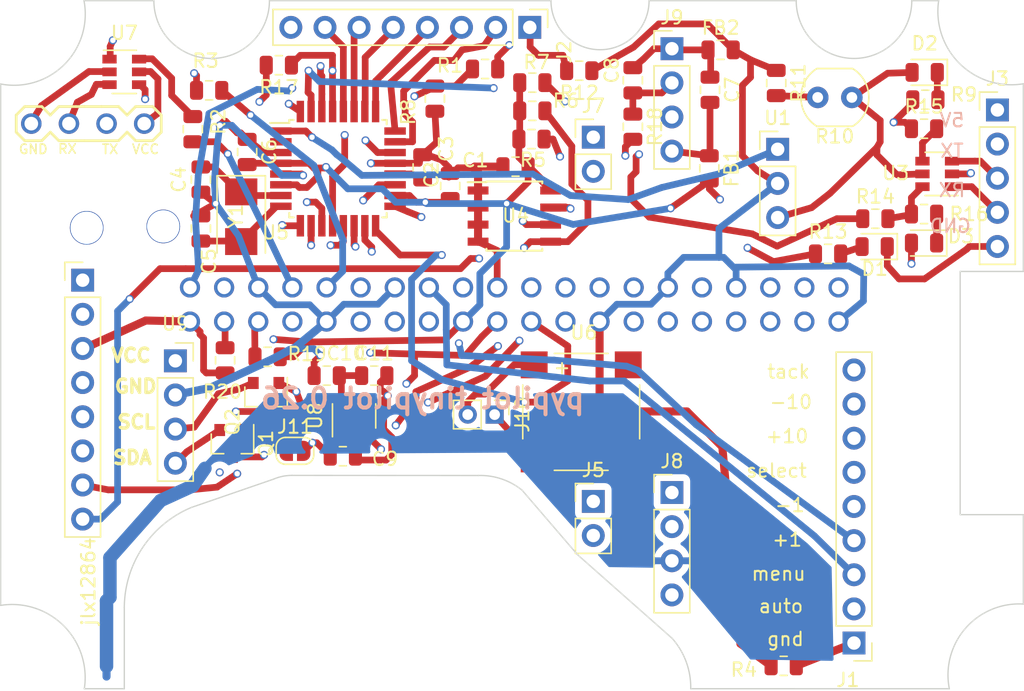
<source format=kicad_pcb>
(kicad_pcb (version 20171130) (host pcbnew 5.1.5+dfsg1-2build2)
  (layers (0 F.Cu signal) (1 In1.Cu signal) (2 In2.Cu signal) (31 B.Cu signal) (34 B.Paste user) (35 F.Paste user) (36 B.SilkS user) (37 F.SilkS user) (38 B.Mask user) (39 F.Mask user hide) (44 Edge.Cuts user))
  (net 0 "")
  (net 1 "Net-(J4-Pad2)")
  (net 2 "Net-(J4-Pad3)")
  (net 3 GND)
  (net 4 +3V3)
  (net 5 SCK)
  (net 6 MOSI)
  (net 7 LCD_DC)
  (net 8 LCD_RESET)
  (net 9 LCD_CE)
  (net 10 +5V)
  (net 11 "Net-(J6-Pad8)")
  (net 12 "Net-(J6-Pad10)")
  (net 13 SCL)
  (net 14 SDA)
  (net 15 "Net-(J6-Pad32)")
  (net 16 AUTO)
  (net 17 SELECT)
  (net 18 +1)
  (net 19 -1)
  (net 20 MENU)
  (net 21 MISO)
  (net 22 AR_SS)
  (net 23 ID_SD)
  (net 24 AR_RST)
  (net 25 +10)
  (net 26 -10)
  (net 27 ID_SC)
  (net 28 "Net-(J6-Pad35)")
  (net 29 "Net-(J6-Pad38)")
  (net 30 "Net-(J6-Pad40)")
  (net 31 "Net-(J1-Pad1)")
  (net 32 TACK)
  (net 33 IR)
  (net 34 DATA)
  (net 35 "Net-(J8-Pad4)")
  (net 36 "Net-(J8-Pad3)")
  (net 37 "Net-(J8-Pad2)")
  (net 38 "Net-(J8-Pad1)")
  (net 39 "Net-(C2-Pad1)")
  (net 40 "Net-(C4-Pad2)")
  (net 41 "Net-(C5-Pad2)")
  (net 42 EXT1)
  (net 43 EXT2)
  (net 44 EXT3)
  (net 45 EXT4)
  (net 46 EXT5)
  (net 47 "Net-(R10-Pad2)")
  (net 48 BL)
  (net 49 "Net-(D1-Pad2)")
  (net 50 "Net-(R13-Pad1)")
  (net 51 "Net-(D2-Pad1)")
  (net 52 "Net-(D3-Pad1)")
  (net 53 "Net-(J2-Pad1)")
  (net 54 EXT6)
  (net 55 EXT7)
  (net 56 "Net-(J3-Pad3)")
  (net 57 "Net-(J6-Pad33)")
  (net 58 "Net-(R1-Pad2)")
  (net 59 "Net-(R15-Pad1)")
  (net 60 "Net-(R14-Pad1)")
  (net 61 "Net-(J3-Pad4)")
  (net 62 "Net-(C7-Pad1)")
  (net 63 "Net-(C7-Pad2)")
  (net 64 "Net-(C8-Pad2)")
  (net 65 "Net-(J9-Pad3)")
  (net 66 "Net-(U5-Pad2)")
  (net 67 "Net-(J5-Pad2)")
  (net 68 "Net-(J5-Pad1)")
  (net 69 "Net-(J7-Pad1)")
  (net 70 "Net-(J7-Pad2)")
  (net 71 "Net-(R2-Pad2)")
  (net 72 "Net-(R3-Pad2)")
  (net 73 "Net-(R14-Pad2)")
  (net 74 "Net-(R15-Pad2)")
  (net 75 "Net-(J10-Pad1)")
  (net 76 "Net-(J10-Pad2)")
  (net 77 +1V8)
  (net 78 "Net-(Q1-Pad2)")
  (net 79 "Net-(Q2-Pad2)")
  (net 80 "Net-(U8-Pad4)")
  (module pypilot_tinypilot_footprints:uart_host (layer F.Cu) (at 48.98 41.15 180)
    (fp_text reference J4 hide)
    (fp_text value "motor controller" hide)
    (fp_text user GND (at 8.255 -1.9 180) (layer F.SilkS) (effects (font (size 0.7 0.7) (thickness 0.12))))
    (fp_text user RX (at 5.715 -1.878 180) (layer F.SilkS) (effects (font (size 0.7 0.7) (thickness 0.12))))
    (fp_text user TX (at 2.54 -1.905 180) (layer F.SilkS) (effects (font (size 0.7 0.7) (thickness 0.12))))
    (fp_text user VCC (at -0.1 -1.9 180) (layer F.SilkS) (effects (font (size 0.7 0.7) (thickness 0.12))))
    (pad 1 thru_hole oval (at 0 0 270) (size 1.524 1.524) (drill 1.016) (layers *.Cu *.Mask) (net 4 +3V3))
    (pad 2 thru_hole oval (at 2.8 0 270) (size 1.524 1.524) (drill 1.016) (layers *.Cu *.Mask) (net 1 "Net-(J4-Pad2)"))
    (pad 3 thru_hole oval (at 5.6 0 270) (size 1.524 1.524) (drill 1.016) (layers *.Cu *.Mask) (net 2 "Net-(J4-Pad3)"))
    (pad 4 thru_hole oval (at 8.4 0 270) (size 1.524 1.524) (drill 1.016) (layers *.Cu *.Mask) (net 3 GND))
  )
  (module Connector_PinSocket_2.54mm:PinSocket_1x04_P2.54mm_Vertical (layer F.Cu) (at 51.3 58.8)
    (fp_text reference U9 (at 0 -2.77) (layer F.SilkS))
    (fp_text value IC20948-i2c)
    (pad 1 thru_hole rect (at 0 0) (size 1.7 1.7) (drill 1) (layers *.Cu *.Mask) (net 77 +1V8))
    (pad 2 thru_hole oval (at 0 2.54) (size 1.7 1.7) (drill 1) (layers *.Cu *.Mask) (net 3 GND))
    (pad 3 thru_hole oval (at 0 5.08) (size 1.7 1.7) (drill 1) (layers *.Cu *.Mask) (net 79 "Net-(Q2-Pad2)"))
    (pad 4 thru_hole oval (at 0 7.62) (size 1.7 1.7) (drill 1) (layers *.Cu *.Mask) (net 78 "Net-(Q1-Pad2)"))
  )
  (module Connector_PinHeader_2.54mm:PinHeader_1x02_P2.54mm_Vertical (layer F.Cu) (at 82.4 42.16)
    (fp_text reference J7 (at 0 -2.33) (layer F.SilkS))
    (fp_text value Conn_01x02)
    (pad 1 thru_hole rect (at 0 0) (size 1.7 1.7) (drill 1) (layers *.Cu *.Mask) (net 69 "Net-(J7-Pad1)"))
    (pad 2 thru_hole oval (at 0 2.54) (size 1.7 1.7) (drill 1) (layers *.Cu *.Mask) (net 70 "Net-(J7-Pad2)"))
  )
  (module Resistor_SMD:R_0805_2012Metric (layer F.Cu) (at 59 36.8 180)
    (fp_text reference R17 (at 0 -1.65) (layer F.SilkS))
    (fp_text value 10k)
    (pad 1 smd roundrect (at -0.9375 0 180) (size 0.975 1.4) (layers F.Cu F.Paste F.Mask) (net 24 AR_RST))
    (pad 2 smd roundrect (at 0.9375 0 180) (size 0.975 1.4) (layers F.Cu F.Paste F.Mask) (net 4 +3V3))
  )
  (module Connector_PinHeader_2.54mm:PinHeader_1x05_P2.54mm_Vertical (layer F.Cu) (at 112.4712 40.132)
    (fp_text reference J3 (at 0 -2.33) (layer F.SilkS))
    (fp_text value nmea)
    (pad 1 thru_hole rect (at 0 0) (size 1.7 1.7) (drill 1) (layers *.Cu *.Mask) (net 10 +5V))
    (pad 2 thru_hole oval (at 0 2.54) (size 1.7 1.7) (drill 1) (layers *.Cu *.Mask) (net 4 +3V3))
    (pad 3 thru_hole oval (at 0 5.08) (size 1.7 1.7) (drill 1) (layers *.Cu *.Mask) (net 56 "Net-(J3-Pad3)"))
    (pad 4 thru_hole oval (at 0 7.62) (size 1.7 1.7) (drill 1) (layers *.Cu *.Mask) (net 61 "Net-(J3-Pad4)"))
    (pad 5 thru_hole oval (at 0 10.16) (size 1.7 1.7) (drill 1) (layers *.Cu *.Mask) (net 3 GND))
  )
  (module Capacitor_SMD:C_0805_2012Metric (layer F.Cu) (at 56.642 43.2585 270)
    (fp_text reference C6 (at 0 -1.65 90) (layer F.SilkS))
    (fp_text value 1uF)
    (pad 1 smd roundrect (at -0.9375 0 270) (size 0.975 1.4) (layers F.Cu F.Paste F.Mask) (net 3 GND))
    (pad 2 smd roundrect (at 0.9375 0 270) (size 0.975 1.4) (layers F.Cu F.Paste F.Mask) (net 4 +3V3))
  )
  (module Resistor_SMD:R_0805_2012Metric (layer F.Cu) (at 70.612 39.2915 270)
    (fp_text reference R8 (at 0.9929 1.9812 90) (layer F.SilkS))
    (fp_text value 10k)
    (pad 2 smd roundrect (at 0.9375 0 270) (size 0.975 1.4) (layers F.Cu F.Paste F.Mask) (net 3 GND))
    (pad 1 smd roundrect (at -0.9375 0 270) (size 0.975 1.4) (layers F.Cu F.Paste F.Mask) (net 58 "Net-(R1-Pad2)"))
  )
  (module Package_TO_SOT_SMD:SOT-23-6 (layer F.Cu) (at 107.993 44.892 180)
    (fp_text reference U3 (at 3.091 0.061) (layer F.SilkS))
    (fp_text value USBLC6-2SC6-2)
    (pad 1 smd rect (at -1.1 -0.95 180) (size 1.06 0.65) (layers F.Cu F.Paste F.Mask) (net 61 "Net-(J3-Pad4)"))
    (pad 2 smd rect (at -1.1 0 180) (size 1.06 0.65) (layers F.Cu F.Paste F.Mask) (net 3 GND))
    (pad 3 smd rect (at -1.1 0.95 180) (size 1.06 0.65) (layers F.Cu F.Paste F.Mask) (net 56 "Net-(J3-Pad3)"))
    (pad 4 smd rect (at 1.1 0.95 180) (size 1.06 0.65) (layers F.Cu F.Paste F.Mask) (net 74 "Net-(R15-Pad2)"))
    (pad 6 smd rect (at 1.1 -0.95 180) (size 1.06 0.65) (layers F.Cu F.Paste F.Mask) (net 73 "Net-(R14-Pad2)"))
    (pad 5 smd rect (at 1.1 0 180) (size 1.06 0.65) (layers F.Cu F.Paste F.Mask) (net 4 +3V3))
  )
  (module Connector_PinHeader_2.54mm:PinHeader_1x04_P2.54mm_Vertical (layer F.Cu) (at 88.25 35.575)
    (fp_text reference J9 (at 0 -2.33) (layer F.SilkS))
    (fp_text value RF1)
    (pad 1 thru_hole rect (at 0 0) (size 1.7 1.7) (drill 1) (layers *.Cu *.Mask) (net 62 "Net-(C7-Pad1)"))
    (pad 2 thru_hole oval (at 0 2.54) (size 1.7 1.7) (drill 1) (layers *.Cu *.Mask) (net 64 "Net-(C8-Pad2)"))
    (pad 3 thru_hole oval (at 0 5.08) (size 1.7 1.7) (drill 1) (layers *.Cu *.Mask) (net 65 "Net-(J9-Pad3)"))
    (pad 4 thru_hole oval (at 0 7.62) (size 1.7 1.7) (drill 1) (layers *.Cu *.Mask) (net 63 "Net-(C7-Pad2)"))
  )
  (module pypilot_tinypilot_footprints:keypad (layer F.Cu) (at 101.8 79.8 180)
    (fp_text reference J1 (at 0.454 -2.75 180) (layer F.SilkS))
    (fp_text value keypad)
    (fp_text user tack (at 4.8768 20.193 180) (layer F.SilkS))
    (fp_text user -10 (at 4.699 17.9324 180) (layer F.SilkS))
    (fp_text user +10 (at 4.9784 15.3924 180) (layer F.SilkS))
    (fp_text user select (at 5.7658 12.827 180) (layer F.SilkS))
    (fp_text user +1 (at 4.9784 7.6962 180) (layer F.SilkS))
    (fp_text user -1 (at 4.7752 10.2616 180) (layer F.SilkS))
    (fp_text user menu (at 5.6134 5.1562 180) (layer F.SilkS))
    (fp_text user auto (at 5.4356 2.7432 180) (layer F.SilkS))
    (fp_text user gnd (at 5.1 0.3 180) (layer F.SilkS))
    (pad 1 thru_hole rect (at 0 0 180) (size 1.7 1.7) (drill 1) (layers *.Cu *.Mask) (net 31 "Net-(J1-Pad1)"))
    (pad 2 thru_hole oval (at 0 2.54 180) (size 1.7 1.7) (drill 1) (layers *.Cu *.Mask) (net 16 AUTO))
    (pad 3 thru_hole oval (at 0 5.08 180) (size 1.7 1.7) (drill 1) (layers *.Cu *.Mask) (net 20 MENU))
    (pad 4 thru_hole oval (at 0 7.62 180) (size 1.7 1.7) (drill 1) (layers *.Cu *.Mask) (net 18 +1))
    (pad 5 thru_hole oval (at 0 10.16 180) (size 1.7 1.7) (drill 1) (layers *.Cu *.Mask) (net 19 -1))
    (pad 6 thru_hole oval (at 0 12.7 180) (size 1.7 1.7) (drill 1) (layers *.Cu *.Mask) (net 17 SELECT))
    (pad 7 thru_hole oval (at 0 15.24 180) (size 1.7 1.7) (drill 1) (layers *.Cu *.Mask) (net 25 +10))
    (pad 8 thru_hole oval (at 0 17.78 180) (size 1.7 1.7) (drill 1) (layers *.Cu *.Mask) (net 26 -10))
    (pad 9 thru_hole oval (at 0 20.32 180) (size 1.7 1.7) (drill 1) (layers *.Cu *.Mask) (net 32 TACK))
  )
  (module freetronics_footprints:RASPBERRY_PI_HAT (layer F.Cu) (at 76.5175 54.61)
    (fp_text reference J6 hide)
    (fp_text value RASPBERRY_PI hide)
    (pad 40 thru_hole oval (at 24.13 -1.27) (size 1.5 1.5) (drill 1) (layers *.Cu *.Mask) (net 30 "Net-(J6-Pad40)"))
    (pad 39 thru_hole oval (at 24.13 1.27) (size 1.5 1.5) (drill 1) (layers *.Cu *.Mask) (net 3 GND))
    (pad 38 thru_hole oval (at 21.59 -1.27) (size 1.5 1.5) (drill 1) (layers *.Cu *.Mask) (net 29 "Net-(J6-Pad38)"))
    (pad 37 thru_hole oval (at 21.59 1.27) (size 1.5 1.5) (drill 1) (layers *.Cu *.Mask) (net 32 TACK))
    (pad 36 thru_hole oval (at 19.05 -1.27) (size 1.5 1.5) (drill 1) (layers *.Cu *.Mask) (net 24 AR_RST))
    (pad 35 thru_hole oval (at 19.05 1.27) (size 1.5 1.5) (drill 1) (layers *.Cu *.Mask) (net 28 "Net-(J6-Pad35)"))
    (pad 34 thru_hole oval (at 16.51 -1.27) (size 1.5 1.5) (drill 1) (layers *.Cu *.Mask) (net 3 GND))
    (pad 33 thru_hole oval (at 16.51 1.27) (size 1.5 1.5) (drill 1) (layers *.Cu *.Mask) (net 57 "Net-(J6-Pad33)"))
    (pad 32 thru_hole oval (at 13.97 -1.27) (size 1.5 1.5) (drill 1) (layers *.Cu *.Mask) (net 15 "Net-(J6-Pad32)"))
    (pad 31 thru_hole oval (at 13.97 1.27) (size 1.5 1.5) (drill 1) (layers *.Cu *.Mask) (net 26 -10))
    (pad 30 thru_hole oval (at 11.43 -1.27) (size 1.5 1.5) (drill 1) (layers *.Cu *.Mask) (net 3 GND))
    (pad 29 thru_hole oval (at 11.43 1.27) (size 1.5 1.5) (drill 1) (layers *.Cu *.Mask) (net 25 +10))
    (pad 28 thru_hole oval (at 8.89 -1.27) (size 1.5 1.5) (drill 1) (layers *.Cu *.Mask) (net 27 ID_SC))
    (pad 27 thru_hole oval (at 8.89 1.27) (size 1.5 1.5) (drill 1) (layers *.Cu *.Mask) (net 23 ID_SD))
    (pad 26 thru_hole oval (at 6.35 -1.27) (size 1.5 1.5) (drill 1) (layers *.Cu *.Mask) (net 22 AR_SS))
    (pad 25 thru_hole oval (at 6.35 1.27) (size 1.5 1.5) (drill 1) (layers *.Cu *.Mask) (net 3 GND))
    (pad 24 thru_hole oval (at 3.81 -1.27) (size 1.5 1.5) (drill 1) (layers *.Cu *.Mask) (net 9 LCD_CE))
    (pad 23 thru_hole oval (at 3.81 1.27) (size 1.5 1.5) (drill 1) (layers *.Cu *.Mask) (net 5 SCK))
    (pad 22 thru_hole oval (at 1.27 -1.27) (size 1.5 1.5) (drill 1) (layers *.Cu *.Mask) (net 7 LCD_DC))
    (pad 21 thru_hole oval (at 1.27 1.27) (size 1.5 1.5) (drill 1) (layers *.Cu *.Mask) (net 21 MISO))
    (pad 20 thru_hole oval (at -1.27 -1.27) (size 1.5 1.5) (drill 1) (layers *.Cu *.Mask) (net 3 GND))
    (pad 19 thru_hole oval (at -1.27 1.27) (size 1.5 1.5) (drill 1) (layers *.Cu *.Mask) (net 6 MOSI))
    (pad 18 thru_hole oval (at -3.81 -1.27) (size 1.5 1.5) (drill 1) (layers *.Cu *.Mask) (net 8 LCD_RESET))
    (pad 17 thru_hole oval (at -3.81 1.27) (size 1.5 1.5) (drill 1) (layers *.Cu *.Mask) (net 4 +3V3))
    (pad 16 thru_hole oval (at -6.35 -1.27) (size 1.5 1.5) (drill 1) (layers *.Cu *.Mask) (net 20 MENU))
    (pad 15 thru_hole oval (at -6.35 1.27) (size 1.5 1.5) (drill 1) (layers *.Cu *.Mask) (net 18 +1))
    (pad 14 thru_hole oval (at -8.89 -1.27) (size 1.5 1.5) (drill 1) (layers *.Cu *.Mask) (net 3 GND))
    (pad 13 thru_hole oval (at -8.89 1.27) (size 1.5 1.5) (drill 1) (layers *.Cu *.Mask) (net 19 -1))
    (pad 12 thru_hole oval (at -11.43 -1.27) (size 1.5 1.5) (drill 1) (layers *.Cu *.Mask) (net 17 SELECT))
    (pad 11 thru_hole oval (at -11.43 1.27) (size 1.5 1.5) (drill 1) (layers *.Cu *.Mask) (net 16 AUTO))
    (pad 10 thru_hole oval (at -13.97 -1.27) (size 1.5 1.5) (drill 1) (layers *.Cu *.Mask) (net 12 "Net-(J6-Pad10)"))
    (pad 9 thru_hole oval (at -13.97 1.27) (size 1.5 1.5) (drill 1) (layers *.Cu *.Mask) (net 3 GND))
    (pad 8 thru_hole oval (at -16.51 -1.27) (size 1.5 1.5) (drill 1) (layers *.Cu *.Mask) (net 11 "Net-(J6-Pad8)"))
    (pad 7 thru_hole oval (at -16.51 1.27) (size 1.5 1.5) (drill 1) (layers *.Cu *.Mask) (net 33 IR))
    (pad 6 thru_hole oval (at -19.05 -1.27) (size 1.5 1.5) (drill 1) (layers *.Cu *.Mask) (net 3 GND))
    (pad 5 thru_hole oval (at -19.05 1.27) (size 1.5 1.5) (drill 1) (layers *.Cu *.Mask) (net 13 SCL))
    (pad 4 thru_hole oval (at -21.59 -1.27) (size 1.5 1.5) (drill 1) (layers *.Cu *.Mask) (net 10 +5V))
    (pad 3 thru_hole oval (at -21.59 1.27) (size 1.5 1.5) (drill 1) (layers *.Cu *.Mask) (net 14 SDA))
    (pad 2 thru_hole oval (at -24.13 -1.27) (size 1.5 1.5) (drill 1) (layers *.Cu *.Mask) (net 10 +5V))
    (pad 1 thru_hole oval (at -24.13 1.27) (size 1.5 1.5) (drill 1) (layers *.Cu *.Mask) (net 4 +3V3))
  )
  (module Package_SO:SOIC-8_3.9x4.9mm_P1.27mm (layer F.Cu) (at 76.525 48.03)
    (fp_text reference U4 (at 0.1 -0.035) (layer F.SilkS))
    (fp_text value CAT24C32)
    (pad 1 smd rect (at -2.7 -1.905) (size 1.55 0.6) (layers F.Cu F.Paste F.Mask) (net 3 GND))
    (pad 2 smd rect (at -2.7 -0.635) (size 1.55 0.6) (layers F.Cu F.Paste F.Mask) (net 3 GND))
    (pad 3 smd rect (at -2.7 0.635) (size 1.55 0.6) (layers F.Cu F.Paste F.Mask) (net 3 GND))
    (pad 4 smd rect (at -2.7 1.905) (size 1.55 0.6) (layers F.Cu F.Paste F.Mask) (net 3 GND))
    (pad 5 smd rect (at 2.7 1.905) (size 1.55 0.6) (layers F.Cu F.Paste F.Mask) (net 23 ID_SD))
    (pad 6 smd rect (at 2.7 0.635) (size 1.55 0.6) (layers F.Cu F.Paste F.Mask) (net 27 ID_SC))
    (pad 7 smd rect (at 2.7 -0.635) (size 1.55 0.6) (layers F.Cu F.Paste F.Mask) (net 57 "Net-(J6-Pad33)"))
    (pad 8 smd rect (at 2.7 -1.905) (size 1.55 0.6) (layers F.Cu F.Paste F.Mask) (net 4 +3V3))
  )
  (module Connector_PinHeader_2.54mm:PinHeader_1x04_P2.54mm_Vertical (layer F.Cu) (at 88.25 68.6)
    (fp_text reference J8 (at 0 -2.33) (layer F.SilkS))
    (fp_text value RF2)
    (pad 4 thru_hole oval (at 0 7.62) (size 1.7 1.7) (drill 1) (layers *.Cu *.Mask) (net 35 "Net-(J8-Pad4)"))
    (pad 3 thru_hole oval (at 0 5.08) (size 1.7 1.7) (drill 1) (layers *.Cu *.Mask) (net 36 "Net-(J8-Pad3)"))
    (pad 2 thru_hole oval (at 0 2.54) (size 1.7 1.7) (drill 1) (layers *.Cu *.Mask) (net 37 "Net-(J8-Pad2)"))
    (pad 1 thru_hole rect (at 0 0) (size 1.7 1.7) (drill 1) (layers *.Cu *.Mask) (net 38 "Net-(J8-Pad1)"))
  )
  (module Connector_PinHeader_2.54mm:PinHeader_1x08_P2.54mm_Vertical (layer F.Cu) (at 44.4008 52.8)
    (fp_text reference jlx12864 (at 0.425 22.425 90) (layer F.SilkS))
    (fp_text value Conn_01x08)
    (pad 8 thru_hole oval (at 0 17.78) (size 1.7 1.7) (drill 1) (layers *.Cu *.Mask) (net 9 LCD_CE))
    (pad 7 thru_hole oval (at 0 15.24) (size 1.7 1.7) (drill 1) (layers *.Cu *.Mask) (net 8 LCD_RESET))
    (pad 6 thru_hole oval (at 0 12.7) (size 1.7 1.7) (drill 1) (layers *.Cu *.Mask) (net 7 LCD_DC))
    (pad 5 thru_hole oval (at 0 10.16) (size 1.7 1.7) (drill 1) (layers *.Cu *.Mask) (net 6 MOSI))
    (pad 4 thru_hole oval (at 0 7.62) (size 1.7 1.7) (drill 1) (layers *.Cu *.Mask) (net 5 SCK))
    (pad 3 thru_hole oval (at 0 5.08) (size 1.7 1.7) (drill 1) (layers *.Cu *.Mask) (net 4 +3V3))
    (pad 2 thru_hole oval (at 0 2.54) (size 1.7 1.7) (drill 1) (layers *.Cu *.Mask) (net 3 GND))
    (pad 1 thru_hole rect (at 0 0) (size 1.7 1.7) (drill 1) (layers *.Cu *.Mask) (net 48 BL))
  )
  (module Capacitor_SMD:C_0805_2012Metric (layer F.Cu) (at 76.6125 44.35 180)
    (fp_text reference C1 (at 2.9875 0.475) (layer F.SilkS))
    (fp_text value .1uF)
    (pad 1 smd roundrect (at -0.9375 0 180) (size 0.975 1.4) (layers F.Cu F.Paste F.Mask) (net 4 +3V3))
    (pad 2 smd roundrect (at 0.9375 0 180) (size 0.975 1.4) (layers F.Cu F.Paste F.Mask) (net 3 GND))
  )
  (module Capacitor_SMD:C_0805_2012Metric (layer F.Cu) (at 69.7 44.4 90)
    (fp_text reference C2 (at -0.558 0.658 90) (layer F.SilkS))
    (fp_text value .1uF)
    (pad 1 smd roundrect (at -0.9375 0 90) (size 0.975 1.4) (layers F.Cu F.Paste F.Mask) (net 39 "Net-(C2-Pad1)"))
    (pad 2 smd roundrect (at 0.9375 0 90) (size 0.975 1.4) (layers F.Cu F.Paste F.Mask) (net 3 GND))
  )
  (module Capacitor_SMD:C_0805_2012Metric (layer F.Cu) (at 71.75 45.7875 270)
    (fp_text reference C3 (at -2.7625 0.3 90) (layer F.SilkS))
    (fp_text value .1uF)
    (pad 2 smd roundrect (at 0.9375 0 270) (size 0.975 1.4) (layers F.Cu F.Paste F.Mask) (net 4 +3V3))
    (pad 1 smd roundrect (at -0.9375 0 270) (size 0.975 1.4) (layers F.Cu F.Paste F.Mask) (net 3 GND))
  )
  (module Resistor_SMD:R_0805_2012Metric (layer F.Cu) (at 52.6 41.5625 90)
    (fp_text reference R2 (at 0.5625 1.9 90) (layer F.SilkS))
    (fp_text value 2.4k)
    (pad 2 smd roundrect (at 0.9375 0 90) (size 0.975 1.4) (layers F.Cu F.Paste F.Mask) (net 71 "Net-(R2-Pad2)"))
    (pad 1 smd roundrect (at -0.9375 0 90) (size 0.975 1.4) (layers F.Cu F.Paste F.Mask) (net 11 "Net-(J6-Pad8)"))
  )
  (module Resistor_SMD:R_0805_2012Metric (layer F.Cu) (at 53.8125 38.675 180)
    (fp_text reference R3 (at 0.2625 2.2) (layer F.SilkS))
    (fp_text value 2.4k)
    (pad 1 smd roundrect (at -0.9375 0 180) (size 0.975 1.4) (layers F.Cu F.Paste F.Mask) (net 12 "Net-(J6-Pad10)"))
    (pad 2 smd roundrect (at 0.9375 0 180) (size 0.975 1.4) (layers F.Cu F.Paste F.Mask) (net 72 "Net-(R3-Pad2)"))
  )
  (module Resistor_SMD:R_0805_2012Metric (layer F.Cu) (at 77.8625 40.2)
    (fp_text reference R6 (at 2.5 -0.75) (layer F.SilkS))
    (fp_text value 3.9k)
    (pad 1 smd roundrect (at -0.9375 0) (size 0.975 1.4) (layers F.Cu F.Paste F.Mask) (net 4 +3V3))
    (pad 2 smd roundrect (at 0.9375 0) (size 0.975 1.4) (layers F.Cu F.Paste F.Mask) (net 23 ID_SD))
  )
  (module Resistor_SMD:R_0805_2012Metric (layer F.Cu) (at 77.8625 38.1)
    (fp_text reference R7 (at 0.3187 -1.524) (layer F.SilkS))
    (fp_text value 3.9k)
    (pad 1 smd roundrect (at -0.9375 0) (size 0.975 1.4) (layers F.Cu F.Paste F.Mask) (net 4 +3V3))
    (pad 2 smd roundrect (at 0.9375 0) (size 0.975 1.4) (layers F.Cu F.Paste F.Mask) (net 27 ID_SC))
  )
  (module Resistor_SMD:R_0805_2012Metric (layer F.Cu) (at 77.8 42.3)
    (fp_text reference R5 (at 0.1125 1.55) (layer F.SilkS))
    (fp_text value 1k)
    (pad 2 smd roundrect (at 0.9375 0) (size 0.975 1.4) (layers F.Cu F.Paste F.Mask) (net 57 "Net-(J6-Pad33)"))
    (pad 1 smd roundrect (at -0.9375 0) (size 0.975 1.4) (layers F.Cu F.Paste F.Mask) (net 4 +3V3))
  )
  (module Resistor_SMD:R_0805_2012Metric (layer F.Cu) (at 96.012 38.1277 270)
    (fp_text reference R11 (at 0 -1.65 90) (layer F.SilkS))
    (fp_text value 10k)
    (pad 2 smd roundrect (at 0.9375 0 270) (size 0.975 1.4) (layers F.Cu F.Paste F.Mask) (net 47 "Net-(R10-Pad2)"))
    (pad 1 smd roundrect (at -0.9375 0 270) (size 0.975 1.4) (layers F.Cu F.Paste F.Mask) (net 3 GND))
  )
  (module Package_QFP:TQFP-32_7x7mm_P0.8mm (layer F.Cu) (at 63.4 44.5)
    (fp_text reference U5 (at -4.65 4.75) (layer F.SilkS))
    (fp_text value ATmega328P-AU)
    (pad 1 smd rect (at -4.25 -2.8) (size 1.6 0.55) (layers F.Cu F.Paste F.Mask) (net 33 IR))
    (pad 2 smd rect (at -4.25 -2) (size 1.6 0.55) (layers F.Cu F.Paste F.Mask) (net 66 "Net-(U5-Pad2)"))
    (pad 3 smd rect (at -4.25 -1.2) (size 1.6 0.55) (layers F.Cu F.Paste F.Mask) (net 3 GND))
    (pad 4 smd rect (at -4.25 -0.4) (size 1.6 0.55) (layers F.Cu F.Paste F.Mask) (net 4 +3V3))
    (pad 5 smd rect (at -4.25 0.4) (size 1.6 0.55) (layers F.Cu F.Paste F.Mask) (net 3 GND))
    (pad 6 smd rect (at -4.25 1.2) (size 1.6 0.55) (layers F.Cu F.Paste F.Mask) (net 4 +3V3))
    (pad 7 smd rect (at -4.25 2) (size 1.6 0.55) (layers F.Cu F.Paste F.Mask) (net 40 "Net-(C4-Pad2)"))
    (pad 8 smd rect (at -4.25 2.8) (size 1.6 0.55) (layers F.Cu F.Paste F.Mask) (net 41 "Net-(C5-Pad2)"))
    (pad 9 smd rect (at -2.8 4.25 90) (size 1.6 0.55) (layers F.Cu F.Paste F.Mask) (net 75 "Net-(J10-Pad1)"))
    (pad 10 smd rect (at -2 4.25 90) (size 1.6 0.55) (layers F.Cu F.Paste F.Mask) (net 76 "Net-(J10-Pad2)"))
    (pad 11 smd rect (at -1.2 4.25 90) (size 1.6 0.55) (layers F.Cu F.Paste F.Mask) (net 55 EXT7))
    (pad 12 smd rect (at -0.4 4.25 90) (size 1.6 0.55) (layers F.Cu F.Paste F.Mask) (net 50 "Net-(R13-Pad1)"))
    (pad 13 smd rect (at 0.4 4.25 90) (size 1.6 0.55) (layers F.Cu F.Paste F.Mask) (net 48 BL))
    (pad 14 smd rect (at 1.2 4.25 90) (size 1.6 0.55) (layers F.Cu F.Paste F.Mask) (net 22 AR_SS))
    (pad 15 smd rect (at 2 4.25 90) (size 1.6 0.55) (layers F.Cu F.Paste F.Mask) (net 6 MOSI))
    (pad 16 smd rect (at 2.8 4.25 90) (size 1.6 0.55) (layers F.Cu F.Paste F.Mask) (net 21 MISO))
    (pad 17 smd rect (at 4.25 2.8) (size 1.6 0.55) (layers F.Cu F.Paste F.Mask) (net 5 SCK))
    (pad 18 smd rect (at 4.25 2) (size 1.6 0.55) (layers F.Cu F.Paste F.Mask) (net 4 +3V3))
    (pad 19 smd rect (at 4.25 1.2) (size 1.6 0.55) (layers F.Cu F.Paste F.Mask) (net 58 "Net-(R1-Pad2)"))
    (pad 20 smd rect (at 4.25 0.4) (size 1.6 0.55) (layers F.Cu F.Paste F.Mask) (net 39 "Net-(C2-Pad1)"))
    (pad 21 smd rect (at 4.25 -0.4) (size 1.6 0.55) (layers F.Cu F.Paste F.Mask) (net 3 GND))
    (pad 22 smd rect (at 4.25 -1.2) (size 1.6 0.55) (layers F.Cu F.Paste F.Mask) (net 47 "Net-(R10-Pad2)"))
    (pad 23 smd rect (at 4.25 -2) (size 1.6 0.55) (layers F.Cu F.Paste F.Mask) (net 42 EXT1))
    (pad 24 smd rect (at 4.25 -2.8) (size 1.6 0.55) (layers F.Cu F.Paste F.Mask) (net 43 EXT2))
    (pad 25 smd rect (at 2.8 -4.25 90) (size 1.6 0.55) (layers F.Cu F.Paste F.Mask) (net 44 EXT3))
    (pad 26 smd rect (at 2 -4.25 90) (size 1.6 0.55) (layers F.Cu F.Paste F.Mask) (net 45 EXT4))
    (pad 27 smd rect (at 1.2 -4.25 90) (size 1.6 0.55) (layers F.Cu F.Paste F.Mask) (net 46 EXT5))
    (pad 28 smd rect (at 0.4 -4.25 90) (size 1.6 0.55) (layers F.Cu F.Paste F.Mask) (net 54 EXT6))
    (pad 29 smd rect (at -0.4 -4.25 90) (size 1.6 0.55) (layers F.Cu F.Paste F.Mask) (net 24 AR_RST))
    (pad 30 smd rect (at -1.2 -4.25 90) (size 1.6 0.55) (layers F.Cu F.Paste F.Mask) (net 60 "Net-(R14-Pad1)"))
    (pad 31 smd rect (at -2 -4.25 90) (size 1.6 0.55) (layers F.Cu F.Paste F.Mask) (net 59 "Net-(R15-Pad1)"))
    (pad 32 smd rect (at -2.8 -4.25 90) (size 1.6 0.55) (layers F.Cu F.Paste F.Mask) (net 34 DATA))
  )
  (module Resistor_SMD:R_0805_2012Metric (layer F.Cu) (at 96.5685 81.5)
    (fp_text reference R4 (at -2.9695 0.288) (layer F.SilkS))
    (fp_text value 2.4k)
    (pad 1 smd roundrect (at -0.9375 0) (size 0.975 1.4) (layers F.Cu F.Paste F.Mask) (net 3 GND))
    (pad 2 smd roundrect (at 0.9375 0) (size 0.975 1.4) (layers F.Cu F.Paste F.Mask) (net 31 "Net-(J1-Pad1)"))
  )
  (module Capacitor_SMD:C_0805_2012Metric (layer F.Cu) (at 53.2 45.3125 90)
    (fp_text reference C4 (at 0 -1.65 90) (layer F.SilkS))
    (fp_text value 18pF)
    (pad 2 smd roundrect (at 0.9375 0 90) (size 0.975 1.4) (layers F.Cu F.Paste F.Mask) (net 40 "Net-(C4-Pad2)"))
    (pad 1 smd roundrect (at -0.9375 0 90) (size 0.975 1.4) (layers F.Cu F.Paste F.Mask) (net 3 GND))
  )
  (module Capacitor_SMD:C_0805_2012Metric (layer F.Cu) (at 53.2 48.95 270)
    (fp_text reference C5 (at 2.45 -0.6 90) (layer F.SilkS))
    (fp_text value 18pF)
    (pad 1 smd roundrect (at -0.9375 0 270) (size 0.975 1.4) (layers F.Cu F.Paste F.Mask) (net 3 GND))
    (pad 2 smd roundrect (at 0.9375 0 270) (size 0.975 1.4) (layers F.Cu F.Paste F.Mask) (net 41 "Net-(C5-Pad2)"))
  )
  (module Connector_PinHeader_2.54mm:PinHeader_1x08_P2.54mm_Vertical (layer F.Cu) (at 77.6732 33.9852 270)
    (fp_text reference J2 (at 1.841 -2.564 90) (layer F.SilkS))
    (fp_text value Conn_01x08)
    (pad 1 thru_hole rect (at 0 0 270) (size 1.7 1.7) (drill 1) (layers *.Cu *.Mask) (net 53 "Net-(J2-Pad1)"))
    (pad 2 thru_hole oval (at 0 2.54 270) (size 1.7 1.7) (drill 1) (layers *.Cu *.Mask) (net 42 EXT1))
    (pad 3 thru_hole oval (at 0 5.08 270) (size 1.7 1.7) (drill 1) (layers *.Cu *.Mask) (net 43 EXT2))
    (pad 4 thru_hole oval (at 0 7.62 270) (size 1.7 1.7) (drill 1) (layers *.Cu *.Mask) (net 44 EXT3))
    (pad 5 thru_hole oval (at 0 10.16 270) (size 1.7 1.7) (drill 1) (layers *.Cu *.Mask) (net 45 EXT4))
    (pad 6 thru_hole oval (at 0 12.7 270) (size 1.7 1.7) (drill 1) (layers *.Cu *.Mask) (net 46 EXT5))
    (pad 7 thru_hole oval (at 0 15.24 270) (size 1.7 1.7) (drill 1) (layers *.Cu *.Mask) (net 54 EXT6))
    (pad 8 thru_hole oval (at 0 17.78 270) (size 1.7 1.7) (drill 1) (layers *.Cu *.Mask) (net 55 EXT7))
  )
  (module Resistor_SMD:R_0805_2012Metric (layer F.Cu) (at 81.3539 37.211 180)
    (fp_text reference R12 (at 0 -1.65) (layer F.SilkS))
    (fp_text value 1k)
    (pad 1 smd roundrect (at -0.9375 0 180) (size 0.975 1.4) (layers F.Cu F.Paste F.Mask) (net 3 GND))
    (pad 2 smd roundrect (at 0.9375 0 180) (size 0.975 1.4) (layers F.Cu F.Paste F.Mask) (net 53 "Net-(J2-Pad1)"))
  )
  (module Crystal:Crystal_SMD_5032-2Pin_5.0x3.2mm (layer F.Cu) (at 56.2 48.078 270)
    (fp_text reference Y1 (at -0.05 0.4 90) (layer F.SilkS))
    (fp_text value 8mhz)
    (pad 1 smd rect (at -1.85 0 270) (size 2 2.4) (layers F.Cu F.Paste F.Mask) (net 40 "Net-(C4-Pad2)"))
    (pad 2 smd rect (at 1.85 0 270) (size 2 2.4) (layers F.Cu F.Paste F.Mask) (net 41 "Net-(C5-Pad2)"))
  )
  (module LED_SMD:LED_0805_2012Metric (layer F.Cu) (at 103.3375 50.3 180)
    (fp_text reference D1 (at 0 -1.65) (layer F.SilkS))
    (fp_text value LED)
    (pad 1 smd roundrect (at -0.9375 0 180) (size 0.975 1.4) (layers F.Cu F.Paste F.Mask) (net 3 GND))
    (pad 2 smd roundrect (at 0.9375 0 180) (size 0.975 1.4) (layers F.Cu F.Paste F.Mask) (net 49 "Net-(D1-Pad2)"))
  )
  (module Resistor_SMD:R_0805_2012Metric (layer F.Cu) (at 99.87 50.84)
    (fp_text reference R13 (at 0 -1.65) (layer F.SilkS))
    (fp_text value 1.2k)
    (pad 1 smd roundrect (at -0.9375 0) (size 0.975 1.4) (layers F.Cu F.Paste F.Mask) (net 50 "Net-(R13-Pad1)"))
    (pad 2 smd roundrect (at 0.9375 0) (size 0.975 1.4) (layers F.Cu F.Paste F.Mask) (net 49 "Net-(D1-Pad2)"))
  )
  (module LED_SMD:LED_0805_2012Metric (layer F.Cu) (at 107.061 37.338 180)
    (fp_text reference D2 (at 0 2.159) (layer F.SilkS))
    (fp_text value TX)
    (pad 1 smd roundrect (at -0.9375 0 180) (size 0.975 1.4) (layers F.Cu F.Paste F.Mask) (net 51 "Net-(D2-Pad1)"))
    (pad 2 smd roundrect (at 0.9375 0 180) (size 0.975 1.4) (layers F.Cu F.Paste F.Mask) (net 4 +3V3))
  )
  (module LED_SMD:LED_0805_2012Metric (layer F.Cu) (at 107.0125 50.038 180)
    (fp_text reference D3 (at -2.7455 0.508) (layer F.SilkS))
    (fp_text value RX)
    (pad 2 smd roundrect (at 0.9375 0 180) (size 0.975 1.4) (layers F.Cu F.Paste F.Mask) (net 4 +3V3))
    (pad 1 smd roundrect (at -0.9375 0 180) (size 0.975 1.4) (layers F.Cu F.Paste F.Mask) (net 52 "Net-(D3-Pad1)"))
  )
  (module Resistor_SMD:R_0805_2012Metric (layer F.Cu) (at 74.3481 37.084 180)
    (fp_text reference R1 (at 2.6185 0.254) (layer F.SilkS))
    (fp_text value 10k)
    (pad 1 smd roundrect (at -0.9375 0 180) (size 0.975 1.4) (layers F.Cu F.Paste F.Mask) (net 10 +5V))
    (pad 2 smd roundrect (at 0.9375 0 180) (size 0.975 1.4) (layers F.Cu F.Paste F.Mask) (net 58 "Net-(R1-Pad2)"))
  )
  (module Resistor_SMD:R_0805_2012Metric (layer F.Cu) (at 107.1095 39.37)
    (fp_text reference R9 (at 2.8725 -0.381) (layer F.SilkS))
    (fp_text value 2k)
    (pad 2 smd roundrect (at 0.9375 0) (size 0.975 1.4) (layers F.Cu F.Paste F.Mask) (net 51 "Net-(D2-Pad1)"))
    (pad 1 smd roundrect (at -0.9375 0) (size 0.975 1.4) (layers F.Cu F.Paste F.Mask) (net 59 "Net-(R15-Pad1)"))
  )
  (module Resistor_SMD:R_0805_2012Metric (layer F.Cu) (at 103.3875 48.225)
    (fp_text reference R14 (at 0 -1.65) (layer F.SilkS))
    (fp_text value 2.4k)
    (pad 1 smd roundrect (at -0.9375 0) (size 0.975 1.4) (layers F.Cu F.Paste F.Mask) (net 60 "Net-(R14-Pad1)"))
    (pad 2 smd roundrect (at 0.9375 0) (size 0.975 1.4) (layers F.Cu F.Paste F.Mask) (net 73 "Net-(R14-Pad2)"))
  )
  (module Resistor_SMD:R_0805_2012Metric (layer F.Cu) (at 107.0125 41.529)
    (fp_text reference R15 (at 0 -1.65) (layer F.SilkS))
    (fp_text value 2.4k)
    (pad 2 smd roundrect (at 0.9375 0) (size 0.975 1.4) (layers F.Cu F.Paste F.Mask) (net 74 "Net-(R15-Pad2)"))
    (pad 1 smd roundrect (at -0.9375 0) (size 0.975 1.4) (layers F.Cu F.Paste F.Mask) (net 59 "Net-(R15-Pad1)"))
  )
  (module Resistor_SMD:R_0805_2012Metric (layer F.Cu) (at 107.0125 47.879)
    (fp_text reference R16 (at 3.3505 0) (layer F.SilkS))
    (fp_text value 2k)
    (pad 1 smd roundrect (at -0.9375 0) (size 0.975 1.4) (layers F.Cu F.Paste F.Mask) (net 73 "Net-(R14-Pad2)"))
    (pad 2 smd roundrect (at 0.9375 0) (size 0.975 1.4) (layers F.Cu F.Paste F.Mask) (net 52 "Net-(D3-Pad1)"))
  )
  (module Connector_PinHeader_2.54mm:PinHeader_1x03_P2.54mm_Vertical (layer F.Cu) (at 96.12 43.06)
    (fp_text reference U1 (at 0 -2.33) (layer F.SilkS))
    (fp_text value TSDP341xx)
    (pad 1 thru_hole rect (at 0 0) (size 1.7 1.7) (drill 1) (layers *.Cu *.Mask) (net 33 IR))
    (pad 2 thru_hole oval (at 0 2.54) (size 1.7 1.7) (drill 1) (layers *.Cu *.Mask) (net 3 GND))
    (pad 3 thru_hole oval (at 0 5.08) (size 1.7 1.7) (drill 1) (layers *.Cu *.Mask) (net 4 +3V3))
  )
  (module Capacitor_SMD:C_0805_2012Metric (layer F.Cu) (at 91.0844 38.6311 270)
    (fp_text reference C7 (at 0 -1.65 90) (layer F.SilkS))
    (fp_text value .1uF)
    (pad 1 smd roundrect (at -0.9375 0 270) (size 0.975 1.4) (layers F.Cu F.Paste F.Mask) (net 62 "Net-(C7-Pad1)"))
    (pad 2 smd roundrect (at 0.9375 0 270) (size 0.975 1.4) (layers F.Cu F.Paste F.Mask) (net 63 "Net-(C7-Pad2)"))
  )
  (module Capacitor_SMD:C_0805_2012Metric (layer F.Cu) (at 85.344 37.9245 270)
    (fp_text reference C8 (at -0.7389 1.5748 90) (layer F.SilkS))
    (fp_text value 18pF)
    (pad 2 smd roundrect (at 0.9375 0 270) (size 0.975 1.4) (layers F.Cu F.Paste F.Mask) (net 64 "Net-(C8-Pad2)"))
    (pad 1 smd roundrect (at -0.9375 0 270) (size 0.975 1.4) (layers F.Cu F.Paste F.Mask) (net 62 "Net-(C7-Pad1)"))
  )
  (module Resistor_SMD:R_0805_2012Metric (layer F.Cu) (at 85.344 41.3789 270)
    (fp_text reference R18 (at 0 -1.65 90) (layer F.SilkS))
    (fp_text value 1k)
    (pad 1 smd roundrect (at -0.9375 0 270) (size 0.975 1.4) (layers F.Cu F.Paste F.Mask) (net 64 "Net-(C8-Pad2)"))
    (pad 2 smd roundrect (at 0.9375 0 270) (size 0.975 1.4) (layers F.Cu F.Paste F.Mask) (net 34 DATA))
  )
  (module Inductor_SMD:L_0805_2012Metric (layer F.Cu) (at 91.0336 44.4777 270)
    (fp_text reference FB1 (at 0 -1.65 90) (layer F.SilkS))
    (fp_text value Ferrite_Bead)
    (pad 1 smd roundrect (at -0.9375 0 270) (size 0.975 1.4) (layers F.Cu F.Paste F.Mask) (net 63 "Net-(C7-Pad2)"))
    (pad 2 smd roundrect (at 0.9375 0 270) (size 0.975 1.4) (layers F.Cu F.Paste F.Mask) (net 4 +3V3))
  )
  (module Inductor_SMD:L_0805_2012Metric (layer F.Cu) (at 91.8741 35.6616)
    (fp_text reference FB2 (at 0 -1.65) (layer F.SilkS))
    (fp_text value Ferrite_Bead)
    (pad 2 smd roundrect (at 0.9375 0) (size 0.975 1.4) (layers F.Cu F.Paste F.Mask) (net 3 GND))
    (pad 1 smd roundrect (at -0.9375 0) (size 0.975 1.4) (layers F.Cu F.Paste F.Mask) (net 62 "Net-(C7-Pad1)"))
  )
  (module Connector_PinHeader_2.54mm:PinHeader_1x02_P2.54mm_Vertical (layer F.Cu) (at 82.4 69.26)
    (fp_text reference J5 (at 0 -2.33) (layer F.SilkS))
    (fp_text value Conn_01x02)
    (pad 2 thru_hole oval (at 0 2.54) (size 1.7 1.7) (drill 1) (layers *.Cu *.Mask) (net 67 "Net-(J5-Pad2)"))
    (pad 1 thru_hole rect (at 0 0) (size 1.7 1.7) (drill 1) (layers *.Cu *.Mask) (net 68 "Net-(J5-Pad1)"))
  )
  (module Buzzer_Beeper:PUIAudio_SMT_0825_S_4_R (layer F.Cu) (at 81.5 62.6)
    (fp_text reference U6 (at 0.2 -5.9) (layer F.SilkS))
    (fp_text value BUZZER)
    (fp_text user + (at -1.5 -3.25 270) (layer F.SilkS))
    (pad 4 smd rect (at 3.5 -3.5 270) (size 2 2) (layers F.Cu F.Paste F.Mask))
    (pad 3 smd rect (at 3.5 3.5 270) (size 2 2) (layers F.Cu F.Paste F.Mask))
    (pad 2 smd rect (at -3.5 3.5 270) (size 2 2) (layers F.Cu F.Paste F.Mask) (net 75 "Net-(J10-Pad1)"))
    (pad 1 smd rect (at -3.5 -3.5 270) (size 2 2) (layers F.Cu F.Paste F.Mask) (net 76 "Net-(J10-Pad2)"))
  )
  (module Package_TO_SOT_SMD:SOT-23-6 (layer F.Cu) (at 47.5 37.3)
    (fp_text reference U7 (at 0 -2.9) (layer F.SilkS))
    (fp_text value USBLC6-2SC6-2)
    (pad 1 smd rect (at -1.1 -0.95) (size 1.06 0.65) (layers F.Cu F.Paste F.Mask) (net 1 "Net-(J4-Pad2)"))
    (pad 2 smd rect (at -1.1 0) (size 1.06 0.65) (layers F.Cu F.Paste F.Mask) (net 3 GND))
    (pad 3 smd rect (at -1.1 0.95) (size 1.06 0.65) (layers F.Cu F.Paste F.Mask) (net 2 "Net-(J4-Pad3)"))
    (pad 4 smd rect (at 1.1 0.95) (size 1.06 0.65) (layers F.Cu F.Paste F.Mask) (net 72 "Net-(R3-Pad2)"))
    (pad 6 smd rect (at 1.1 -0.95) (size 1.06 0.65) (layers F.Cu F.Paste F.Mask) (net 71 "Net-(R2-Pad2)"))
    (pad 5 smd rect (at 1.1 0) (size 1.06 0.65) (layers F.Cu F.Paste F.Mask) (net 4 +3V3))
  )
  (module OptoDevice:R_LDR_4.9x4.2mm_P2.54mm_Vertical (layer F.Cu) (at 101.64 39.2 180)
    (fp_text reference R10 (at 1.27 -2.9) (layer F.SilkS))
    (fp_text value "10k photo")
    (pad 1 thru_hole circle (at 0 0 180) (size 1.6 1.6) (drill 0.8) (layers *.Cu *.Mask) (net 4 +3V3))
    (pad 2 thru_hole circle (at 2.54 0 180) (size 1.6 1.6) (drill 0.8) (layers *.Cu *.Mask) (net 47 "Net-(R10-Pad2)"))
  )
  (module Connector_PinHeader_2.00mm:PinHeader_1x02_P2.00mm_Vertical (layer F.Cu) (at 75.057 62.8015 270)
    (fp_text reference J10 (at 0 -2.06 90) (layer F.SilkS))
    (fp_text value Conn_01x02)
    (pad 1 thru_hole rect (at 0 0 270) (size 1.35 1.35) (drill 0.8) (layers *.Cu *.Mask) (net 75 "Net-(J10-Pad1)"))
    (pad 2 thru_hole oval (at 0 2 270) (size 1.35 1.35) (drill 0.8) (layers *.Cu *.Mask) (net 76 "Net-(J10-Pad2)"))
  )
  (module Capacitor_SMD:C_0805_2012Metric (layer F.Cu) (at 63.7625 65.9)
    (fp_text reference C9 (at 3.1375 0.2) (layer F.SilkS))
    (fp_text value 2.2uF)
    (pad 1 smd roundrect (at -0.9375 0) (size 0.975 1.4) (layers F.Cu F.Paste F.Mask) (net 4 +3V3))
    (pad 2 smd roundrect (at 0.9375 0) (size 0.975 1.4) (layers F.Cu F.Paste F.Mask) (net 3 GND))
  )
  (module Capacitor_SMD:C_0805_2012Metric (layer F.Cu) (at 62.5625 59.9)
    (fp_text reference C10 (at 1.4375 -1.65) (layer F.SilkS))
    (fp_text value .1uF)
    (pad 2 smd roundrect (at 0.9375 0) (size 0.975 1.4) (layers F.Cu F.Paste F.Mask) (net 77 +1V8))
    (pad 1 smd roundrect (at -0.9375 0) (size 0.975 1.4) (layers F.Cu F.Paste F.Mask) (net 3 GND))
  )
  (module Capacitor_SMD:C_0805_2012Metric (layer F.Cu) (at 66.1 59.9)
    (fp_text reference C11 (at 0 -1.65) (layer F.SilkS))
    (fp_text value 2.2uF)
    (pad 1 smd roundrect (at -0.9375 0) (size 0.975 1.4) (layers F.Cu F.Paste F.Mask) (net 77 +1V8))
    (pad 2 smd roundrect (at 0.9375 0) (size 0.975 1.4) (layers F.Cu F.Paste F.Mask) (net 3 GND))
  )
  (module Package_TO_SOT_SMD:SOT-23 (layer F.Cu) (at 55.55 64.95 270)
    (fp_text reference Q1 (at 0 -2.5 90) (layer F.SilkS))
    (fp_text value Q_NMOS_GSD)
    (pad 1 smd rect (at -1 -0.95 270) (size 0.9 0.8) (layers F.Cu F.Paste F.Mask) (net 77 +1V8))
    (pad 2 smd rect (at -1 0.95 270) (size 0.9 0.8) (layers F.Cu F.Paste F.Mask) (net 78 "Net-(Q1-Pad2)"))
    (pad 3 smd rect (at 1 0 270) (size 0.9 0.8) (layers F.Cu F.Paste F.Mask) (net 14 SDA))
  )
  (module Package_TO_SOT_SMD:SOT-23 (layer F.Cu) (at 58.05 61.45 270)
    (fp_text reference Q2 (at 1.9 2.5 90) (layer F.SilkS))
    (fp_text value Q_NMOS_GSD)
    (pad 3 smd rect (at 1 0 270) (size 0.9 0.8) (layers F.Cu F.Paste F.Mask) (net 13 SCL))
    (pad 2 smd rect (at -1 0.95 270) (size 0.9 0.8) (layers F.Cu F.Paste F.Mask) (net 79 "Net-(Q2-Pad2)"))
    (pad 1 smd rect (at -1 -0.95 270) (size 0.9 0.8) (layers F.Cu F.Paste F.Mask) (net 77 +1V8))
  )
  (module Resistor_SMD:R_0805_2012Metric (layer F.Cu) (at 58.1625 58.5)
    (fp_text reference R19 (at 2.9375 -0.2) (layer F.SilkS))
    (fp_text value 4.7k)
    (pad 2 smd roundrect (at 0.9375 0) (size 0.975 1.4) (layers F.Cu F.Paste F.Mask) (net 4 +3V3))
    (pad 1 smd roundrect (at -0.9375 0) (size 0.975 1.4) (layers F.Cu F.Paste F.Mask) (net 13 SCL))
  )
  (module Resistor_SMD:R_0805_2012Metric (layer F.Cu) (at 55 58.7625 270)
    (fp_text reference R20 (at 2.3375 0.2 180) (layer F.SilkS))
    (fp_text value 4.7k)
    (pad 1 smd roundrect (at -0.9375 0 270) (size 0.975 1.4) (layers F.Cu F.Paste F.Mask) (net 14 SDA))
    (pad 2 smd roundrect (at 0.9375 0 270) (size 0.975 1.4) (layers F.Cu F.Paste F.Mask) (net 4 +3V3))
  )
  (module Package_TO_SOT_SMD:SOT-23-5 (layer F.Cu) (at 64.6 62.9 90)
    (fp_text reference U8 (at 0 -2.9 90) (layer F.SilkS))
    (fp_text value LP2985-1.8)
    (pad 1 smd rect (at -1.1 -0.95 90) (size 1.06 0.65) (layers F.Cu F.Paste F.Mask) (net 4 +3V3))
    (pad 2 smd rect (at -1.1 0 90) (size 1.06 0.65) (layers F.Cu F.Paste F.Mask) (net 3 GND))
    (pad 3 smd rect (at -1.1 0.95 90) (size 1.06 0.65) (layers F.Cu F.Paste F.Mask) (net 4 +3V3))
    (pad 4 smd rect (at 1.1 0.95 90) (size 1.06 0.65) (layers F.Cu F.Paste F.Mask) (net 80 "Net-(U8-Pad4)"))
    (pad 5 smd rect (at 1.1 -0.95 90) (size 1.06 0.65) (layers F.Cu F.Paste F.Mask) (net 77 +1V8))
  )
  (module Jumper:SolderJumper-2_P1.3mm_Open_RoundedPad1.0x1.5mm (layer F.Cu) (at 60.2 65.5)
    (fp_text reference J11 (at 0 -1.8) (layer F.SilkS))
    (fp_text value Conn_01x02)
    (pad 1 smd custom (at -0.65 0) (size 1 0.5) (layers F.Cu F.Mask) (net 77 +1V8) (options (clearance outline) (anchor rect)) (primitives (gr_circle (center 0 0.25) (end 0.5 0.25) (width 0)) (gr_circle (center 0 -0.25) (end 0.5 -0.25) (width 0)) (gr_poly (pts (xy 0 -0.75) (xy 0.5 -0.75) (xy 0.5 0.75) (xy 0 0.75)) (width 0))))
    (pad 2 smd custom (at 0.65 0) (size 1 0.5) (layers F.Cu F.Mask) (net 4 +3V3) (options (clearance outline) (anchor rect)) (primitives (gr_circle (center 0 0.25) (end 0.5 0.25) (width 0)) (gr_circle (center 0 -0.25) (end 0.5 -0.25) (width 0)) (gr_poly (pts (xy 0 -0.75) (xy -0.5 -0.75) (xy -0.5 0.75) (xy 0 0.75)) (width 0))))
  )
  (gr_line (start 88.266222 79.450792) (end 81.225 73.226511) (layer Edge.Cuts) (width 0.1))
  (gr_text GND (at 108.966 48.768) (layer B.SilkS) (effects (font (size 1 1)) (justify mirror)))
  (gr_text RX (at 109.093 46.101) (layer B.SilkS) (effects (font (size 1 1)) (justify mirror)))
  (gr_text TX (at 109.093 43.18) (layer B.SilkS) (effects (font (size 1 1)) (justify mirror)))
  (gr_text 5V (at 109.093 40.894) (layer B.SilkS) (effects (font (size 1 1)) (justify mirror)))
  (gr_arc (start 82.9 32) (end 79.25 32) (angle -180) (layer Edge.Cuts) (width 0.1))
  (gr_line (start 59.988435 67.326513) (end 73.844137 67.333792) (layer Edge.Cuts) (width 0.1))
  (gr_arc (start 59.968387 70.788905) (end 59.988435 67.326513) (angle -23.25950657) (layer Edge.Cuts) (width 0.1))
  (gr_arc (start 55.610374 77.2) (end 52.523262 69.700001) (angle -67.30485703) (layer Edge.Cuts) (width 0.1))
  (gr_text "pypilot tinypilot 0.26\n" (at 69.7 61.6) (layer B.SilkS) (effects (font (size 1.5 1.5) (thickness 0.3)) (justify mirror)))
  (gr_line (start 58.61952 67.6) (end 52.523262 69.700001) (layer Edge.Cuts) (width 0.1))
  (gr_line (start 114.4 70.2475) (end 114.4 76.9) (layer Edge.Cuts) (width 0.1))
  (gr_line (start 109.7 52.15) (end 114.4 52.15) (layer Edge.Cuts) (width 0.1))
  (gr_line (start 109.7 70.2475) (end 114.4 70.2475) (layer Edge.Cuts) (width 0.1))
  (gr_line (start 109.7 52.15) (end 109.7 70.2475) (layer Edge.Cuts) (width 0.1))
  (gr_arc (start 114.083977 82.180819) (end 114.4 76.9) (angle -104.5473096) (layer Edge.Cuts) (width 0.1))
  (gr_arc (start 113.5 32.8) (end 108.1 32) (angle -107.9006244) (layer Edge.Cuts) (width 0.1))
  (gr_arc (start 39.3 33) (end 38.3 38.2) (angle -111.731238) (layer Edge.Cuts) (width 0.1))
  (gr_arc (start 39.151658 82.368339) (end 44.5246 83.1976) (angle -107.774258) (layer Edge.Cuts) (width 0.1))
  (gr_line (start 47.5 83.2) (end 44.5246 83.2) (layer Edge.Cuts) (width 0.1))
  (gr_line (start 58.3 32) (end 79.25 32) (layer Edge.Cuts) (width 0.1))
  (gr_line (start 108.89308 83.20136) (end 89.65 83.2) (layer Edge.Cuts) (width 0.1))
  (gr_line (start 47.5 77.154371) (end 47.5 83.2) (layer Edge.Cuts) (width 0.1))
  (gr_line (start 81.225 73.226511) (end 77.1 68.426511) (layer Edge.Cuts) (width 0.1))
  (gr_arc (start 73.994137 72.283792) (end 73.844137 67.333792) (angle 40.57654495) (layer Edge.Cuts) (width 0.1))
  (gr_arc (start 84.15 83.1) (end 89.65 83.2) (angle -42.6) (layer Edge.Cuts) (width 0.1))
  (gr_arc (start 101.8 32) (end 97.5 32) (angle -180) (layer Edge.Cuts) (width 0.1))
  (gr_line (start 86.55 32) (end 97.5 32) (layer Edge.Cuts) (width 0.1))
  (gr_line (start 106.1 32) (end 108.1 32) (layer Edge.Cuts) (width 0.1))
  (gr_line (start 44.5 32) (end 49.7 32) (layer Edge.Cuts) (width 0.1))
  (gr_arc (start 54 32) (end 49.7 32) (angle -180) (layer Edge.Cuts) (width 0.1))
  (gr_line (start 38.3 77) (end 38.3016 38.2015) (layer Edge.Cuts) (width 0.1))
  (gr_line (start 114.398509 38.184485) (end 114.4 52.15) (layer Edge.Cuts) (width 0.1))
  (gr_text SDA (at 48.1 66) (layer F.SilkS) (effects (font (size 1 1) (thickness 0.25))))
  (gr_text SCL (at 48.4 63.35) (layer F.SilkS) (effects (font (size 1 1) (thickness 0.25))))
  (gr_text GND (at 48.35 60.7) (layer F.SilkS) (effects (font (size 1 1) (thickness 0.25))))
  (gr_text VCC (at 48 58.4) (layer F.SilkS) (effects (font (size 1 1) (thickness 0.25))))
  (via (at 44.7 48.9) (size 2.5) (drill 2.4) (layers F.Cu B.Cu) (net 0))
  (via (at 50.4 48.8) (size 2.5) (drill 2.4) (layers F.Cu B.Cu) (net 0))
  (segment (start 46.45 35.4) (end 46.45 36.325) (width 0.5) (layer F.Cu) (net 1))
  (segment (start 46.65 34.95) (end 46.45 35.4) (width 0.5) (layer F.Cu) (net 1))
  (via (at 46.65 34.95) (size 0.6) (drill 0.4) (layers F.Cu B.Cu) (net 1))
  (segment (start 44.0055 39.5605) (end 43.38 41.15) (width 0.5) (layer F.Cu) (net 2))
  (segment (start 45.05 38.975) (end 44.0055 39.5605) (width 0.5) (layer F.Cu) (net 2))
  (segment (start 45.42 38.225) (end 45.05 38.975) (width 0.5) (layer F.Cu) (net 2))
  (segment (start 46.45 38.225) (end 45.42 38.225) (width 0.5) (layer F.Cu) (net 2))
  (segment (start 46.4 38.275) (end 46.45 38.225) (width 0.5) (layer F.Cu) (net 2))
  (segment (start 87.9475 53.34) (end 87.9475 52.27934) (width 0.5) (layer B.Cu) (net 3))
  (segment (start 87.9475 52.27934) (end 89.12684 51.1) (width 0.5) (layer B.Cu) (net 3))
  (segment (start 87.9475 53.34) (end 86.697499 54.590001) (width 0.5) (layer B.Cu) (net 3))
  (segment (start 73.825 49.935) (end 73.825 46.125) (width 0.6) (layer F.Cu) (net 3))
  (segment (start 73.825 46.125) (end 73.825 44.775) (width 0.6) (layer F.Cu) (net 3))
  (segment (start 73.825 44.775) (end 73.485 44.435) (width 0.6) (layer F.Cu) (net 3))
  (segment (start 73.57 44.35) (end 75.675 44.35) (width 0.6) (layer F.Cu) (net 3))
  (segment (start 73.485 44.435) (end 73.57 44.35) (width 0.6) (layer F.Cu) (net 3))
  (segment (start 93.0275 53.34) (end 93.0275 52.0275) (width 0.5) (layer B.Cu) (net 3))
  (segment (start 91.75 51.1) (end 89.12684 51.1) (width 0.5) (layer B.Cu) (net 3))
  (segment (start 92.1 51.1) (end 91.75 51.1) (width 0.5) (layer B.Cu) (net 3))
  (segment (start 93.0275 52.0275) (end 92.6 51.6) (width 0.5) (layer B.Cu) (net 3))
  (segment (start 92.6 51.6) (end 92.1 51.1) (width 0.5) (layer B.Cu) (net 3))
  (segment (start 83.617499 55.130001) (end 82.8675 55.88) (width 0.5) (layer B.Cu) (net 3))
  (segment (start 84.157499 54.590001) (end 83.617499 55.130001) (width 0.5) (layer B.Cu) (net 3))
  (segment (start 86.697499 54.590001) (end 84.157499 54.590001) (width 0.5) (layer B.Cu) (net 3))
  (segment (start 69.45 44.1) (end 67.65 44.1) (width 0.5) (layer F.Cu) (net 3))
  (segment (start 69.6 43.325) (end 69.45 44.1) (width 0.5) (layer F.Cu) (net 3))
  (segment (start 71.1 43.85) (end 69.6 43.325) (width 0.5) (layer F.Cu) (net 3))
  (segment (start 71.65 45.125) (end 71.65 44.4) (width 0.5) (layer F.Cu) (net 3))
  (segment (start 71.65 44.4) (end 71.1 43.85) (width 0.5) (layer F.Cu) (net 3))
  (segment (start 73.825 49.935) (end 75.2475 50.5875) (width 0.5) (layer F.Cu) (net 3))
  (segment (start 75.2475 50.5875) (end 75.2475 53.34) (width 0.5) (layer F.Cu) (net 3))
  (segment (start 72.34 44.435) (end 71.65 45.125) (width 0.5) (layer F.Cu) (net 3))
  (segment (start 73.485 44.435) (end 72.34 44.435) (width 0.5) (layer F.Cu) (net 3))
  (segment (start 58.217499 54.089999) (end 57.4675 53.34) (width 0.5) (layer B.Cu) (net 3))
  (segment (start 58.757499 54.629999) (end 58.217499 54.089999) (width 0.5) (layer B.Cu) (net 3))
  (segment (start 62.5475 55.88) (end 61.297499 54.629999) (width 0.5) (layer B.Cu) (net 3))
  (segment (start 61.297499 54.629999) (end 58.757499 54.629999) (width 0.5) (layer B.Cu) (net 3))
  (via (at 60.8 45) (size 0.6) (drill 0.4) (layers F.Cu B.Cu) (net 3))
  (segment (start 59.15 44.9) (end 60.7 44.9) (width 0.5) (layer F.Cu) (net 3))
  (segment (start 60.7 44.9) (end 60.8 45) (width 0.5) (layer F.Cu) (net 3))
  (segment (start 66.877501 54.089999) (end 67.6275 53.34) (width 0.5) (layer B.Cu) (net 3))
  (segment (start 66.377499 54.590001) (end 66.877501 54.089999) (width 0.5) (layer B.Cu) (net 3))
  (segment (start 62.5475 55.88) (end 63.837499 54.590001) (width 0.5) (layer B.Cu) (net 3))
  (segment (start 63.837499 54.590001) (end 66.377499 54.590001) (width 0.5) (layer B.Cu) (net 3))
  (segment (start 65.85 44.1) (end 67.65 44.1) (width 0.5) (layer F.Cu) (net 3))
  (via (at 65.85 44.1) (size 0.6) (drill 0.4) (layers F.Cu B.Cu) (net 3))
  (via (at 110.49 44.831) (size 0.6) (drill 0.4) (layers F.Cu B.Cu) (net 3))
  (segment (start 110.429 44.892) (end 110.49 44.831) (width 0.5) (layer F.Cu) (net 3))
  (segment (start 109.093 44.892) (end 110.429 44.892) (width 0.5) (layer F.Cu) (net 3))
  (segment (start 57.912 43.307) (end 56.642 42.321) (width 0.5) (layer F.Cu) (net 3))
  (segment (start 59.15 43.3) (end 57.912 43.307) (width 0.5) (layer F.Cu) (net 3))
  (via (at 54.61 41.275) (size 0.6) (drill 0.4) (layers F.Cu B.Cu) (net 3))
  (segment (start 56.156473 41.835473) (end 56.642 42.321) (width 0.5) (layer F.Cu) (net 3))
  (segment (start 55.040999 40.975001) (end 55.901471 41.835473) (width 0.5) (layer F.Cu) (net 3))
  (segment (start 55.901471 41.835473) (end 56.156473 41.835473) (width 0.5) (layer F.Cu) (net 3))
  (segment (start 54.909999 40.975001) (end 55.040999 40.975001) (width 0.5) (layer F.Cu) (net 3))
  (segment (start 54.61 41.275) (end 54.909999 40.975001) (width 0.5) (layer F.Cu) (net 3))
  (segment (start 70.739 42.545) (end 70.612 40.229) (width 0.5) (layer F.Cu) (net 3))
  (segment (start 69.7 43.4625) (end 70.739 42.545) (width 0.5) (layer F.Cu) (net 3))
  (segment (start 60.8 45) (end 59.224 45) (width 0.5) (layer B.Cu) (net 3))
  (segment (start 55.499 41.275) (end 54.61 41.275) (width 0.5) (layer B.Cu) (net 3))
  (segment (start 59.224 45) (end 55.499 41.275) (width 0.5) (layer B.Cu) (net 3))
  (segment (start 90.8812 33.7312) (end 92.8116 35.6616) (width 0.5) (layer F.Cu) (net 3))
  (segment (start 87.2744 33.7312) (end 90.8812 33.7312) (width 0.5) (layer F.Cu) (net 3))
  (segment (start 85.3948 35.4584) (end 87.2744 33.7312) (width 0.5) (layer F.Cu) (net 3))
  (segment (start 82.2914 37.211) (end 85.3948 35.4584) (width 0.5) (layer F.Cu) (net 3))
  (via (at 110.49 44.831) (size 0.6) (drill 0.4) (layers F.Cu B.Cu) (net 3))
  (segment (start 104.275 51.725) (end 104.275 50.3) (width 0.5) (layer F.Cu) (net 3))
  (segment (start 105.156 52.705) (end 104.275 51.725) (width 0.5) (layer F.Cu) (net 3))
  (segment (start 110.1852 50.4952) (end 107.05 52.705) (width 0.5) (layer F.Cu) (net 3))
  (segment (start 110.3884 50.292) (end 110.1852 50.4952) (width 0.5) (layer F.Cu) (net 3))
  (segment (start 107.05 52.705) (end 105.156 52.705) (width 0.5) (layer F.Cu) (net 3))
  (segment (start 112.4712 50.292) (end 110.3884 50.292) (width 0.5) (layer F.Cu) (net 3))
  (segment (start 54.3 47.1) (end 53.2 46.25) (width 0.5) (layer F.Cu) (net 3))
  (segment (start 52.6625 48.0125) (end 53.2 48.0125) (width 0.5) (layer F.Cu) (net 3))
  (segment (start 54.3 47.1) (end 52.6625 48.0125) (width 0.5) (layer F.Cu) (net 3))
  (via (at 54.3 47.1) (size 0.6) (drill 0.4) (layers F.Cu B.Cu) (net 3))
  (segment (start 56 49.5) (end 57.4675 53.34) (width 0.5) (layer B.Cu) (net 3))
  (segment (start 54.3 47.1) (end 56 49.5) (width 0.5) (layer B.Cu) (net 3))
  (segment (start 54.4 42.9) (end 54.61 41.275) (width 0.5) (layer B.Cu) (net 3))
  (segment (start 54.2 45.5) (end 54.4 42.9) (width 0.5) (layer B.Cu) (net 3))
  (segment (start 54.3 47.1) (end 54.2 45.5) (width 0.5) (layer B.Cu) (net 3))
  (segment (start 93.35 79.85) (end 95.631 81.5) (width 0.6) (layer F.Cu) (net 3))
  (segment (start 82.8675 55.88) (end 82.8675 62.5675) (width 0.6) (layer F.Cu) (net 3))
  (segment (start 89.3675 62.5675) (end 92 65.2) (width 0.6) (layer F.Cu) (net 3))
  (segment (start 82.8675 62.5675) (end 89.3675 62.5675) (width 0.6) (layer F.Cu) (net 3))
  (segment (start 92 65.2) (end 93.35 79.85) (width 0.6) (layer F.Cu) (net 3))
  (segment (start 94.1 36.4) (end 92.8116 35.6616) (width 0.5) (layer F.Cu) (net 3))
  (segment (start 96.012 37.1902) (end 94.1 36.4) (width 0.5) (layer F.Cu) (net 3))
  (segment (start 41.3385 39.8145) (end 40.513 41.148) (width 0.5) (layer F.Cu) (net 3))
  (segment (start 44.865998 37.275) (end 41.3385 39.8145) (width 0.5) (layer F.Cu) (net 3))
  (segment (start 46.45 37.275) (end 44.865998 37.275) (width 0.5) (layer F.Cu) (net 3))
  (segment (start 53.8988 60.8076) (end 58.5216 58.674) (width 0.6) (layer B.Cu) (net 3))
  (segment (start 51.3 61.34) (end 53.8988 60.8076) (width 0.6) (layer B.Cu) (net 3))
  (segment (start 64.6 65.8) (end 64.7 65.9) (width 0.5) (layer F.Cu) (net 3))
  (segment (start 64.6 64) (end 64.6 65.8) (width 0.5) (layer F.Cu) (net 3))
  (segment (start 58.5216 58.674) (end 59.8 58) (width 0.6) (layer B.Cu) (net 3))
  (segment (start 66.551973 60.385527) (end 67.0375 59.9) (width 0.5) (layer F.Cu) (net 3))
  (segment (start 66.751973 61.051973) (end 67.1 61.4) (width 0.5) (layer F.Cu) (net 3))
  (segment (start 66.551973 61.051973) (end 66.751973 61.051973) (width 0.5) (layer F.Cu) (net 3))
  (via (at 67.1 61.4) (size 0.6) (drill 0.4) (layers F.Cu B.Cu) (net 3))
  (segment (start 66.551973 61.051973) (end 66.551973 60.385527) (width 0.5) (layer F.Cu) (net 3))
  (via (at 62.1 58.4) (size 0.6) (drill 0.4) (layers F.Cu B.Cu) (net 3))
  (segment (start 61.625 58.875) (end 62.1 58.4) (width 0.5) (layer F.Cu) (net 3))
  (segment (start 61.625 59.9) (end 61.625 58.875) (width 0.5) (layer F.Cu) (net 3))
  (segment (start 62.1 58.4) (end 61.6 57.9) (width 0.5) (layer B.Cu) (net 3))
  (segment (start 60.1 57.9) (end 62.5475 55.88) (width 0.6) (layer B.Cu) (net 3))
  (segment (start 61.6 57.9) (end 60.1 57.9) (width 0.5) (layer B.Cu) (net 3))
  (segment (start 59.8 58) (end 60.1 57.9) (width 0.6) (layer B.Cu) (net 3))
  (segment (start 66.800001 63.884003) (end 66.800001 61.699999) (width 0.5) (layer F.Cu) (net 3))
  (segment (start 67.400653 65.765627) (end 67.400653 64.484655) (width 0.5) (layer F.Cu) (net 3))
  (segment (start 67.400653 64.484655) (end 66.800001 63.884003) (width 0.5) (layer F.Cu) (net 3))
  (segment (start 66.984653 66.181627) (end 67.400653 65.765627) (width 0.5) (layer F.Cu) (net 3))
  (segment (start 66.800001 61.699999) (end 67.1 61.4) (width 0.5) (layer F.Cu) (net 3))
  (segment (start 64.981627 66.181627) (end 66.984653 66.181627) (width 0.5) (layer F.Cu) (net 3))
  (segment (start 64.7 65.9) (end 64.981627 66.181627) (width 0.5) (layer F.Cu) (net 3))
  (segment (start 93.5 38.3) (end 94.1 37.7) (width 0.5) (layer F.Cu) (net 3))
  (segment (start 93.5 43.542081) (end 93.5 38.3) (width 0.5) (layer F.Cu) (net 3))
  (segment (start 94.1 37.7) (end 94.1 36.4) (width 0.5) (layer F.Cu) (net 3))
  (segment (start 94.622919 44.665) (end 93.5 43.542081) (width 0.5) (layer F.Cu) (net 3))
  (segment (start 96.12 45.6) (end 94.622919 44.665) (width 0.5) (layer F.Cu) (net 3))
  (segment (start 91.75 48.95) (end 91.75 51.1) (width 0.5) (layer B.Cu) (net 3))
  (segment (start 96.12 45.6) (end 91.75 48.95) (width 0.5) (layer B.Cu) (net 3))
  (segment (start 101.42 51.74) (end 92.91 51.83) (width 0.5) (layer B.Cu) (net 3))
  (segment (start 102.525 52.35) (end 101.42 51.74) (width 0.5) (layer B.Cu) (net 3))
  (segment (start 102.5 54.35) (end 102.525 52.35) (width 0.5) (layer B.Cu) (net 3))
  (segment (start 100.6475 55.88) (end 102.5 54.35) (width 0.5) (layer B.Cu) (net 3))
  (segment (start 52.3367 55.9308) (end 52.3875 55.88) (width 0.5) (layer F.Cu) (net 4))
  (segment (start 79.225 46.025) (end 77.55 44.35) (width 0.6) (layer F.Cu) (net 4))
  (segment (start 79.225 46.125) (end 79.225 46.025) (width 0.6) (layer F.Cu) (net 4))
  (segment (start 68.723162 46.5) (end 67.65 46.5) (width 0.5) (layer F.Cu) (net 4))
  (segment (start 69.223162 47) (end 68.723162 46.5) (width 0.5) (layer F.Cu) (net 4))
  (segment (start 59.15 44.1) (end 61.25 44.1) (width 0.5) (layer F.Cu) (net 4))
  (segment (start 60.325002 45.7) (end 59.15 45.7) (width 0.5) (layer F.Cu) (net 4))
  (segment (start 60.525002 45.9) (end 60.325002 45.7) (width 0.5) (layer F.Cu) (net 4))
  (segment (start 61.084002 45.9) (end 60.525002 45.9) (width 0.5) (layer F.Cu) (net 4))
  (segment (start 61.9 44.75) (end 61.9 45.084002) (width 0.5) (layer F.Cu) (net 4))
  (segment (start 61.9 45.084002) (end 61.084002 45.9) (width 0.5) (layer F.Cu) (net 4))
  (via (at 75.95 47.1) (size 0.6) (drill 0.4) (layers F.Cu B.Cu) (net 4))
  (segment (start 77.55 44.35) (end 77.55 45.5) (width 0.5) (layer F.Cu) (net 4))
  (segment (start 77.55 45.5) (end 75.95 47.1) (width 0.5) (layer F.Cu) (net 4))
  (segment (start 75.95 47.1) (end 70 47.1) (width 0.5) (layer B.Cu) (net 4))
  (via (at 69.9 47) (size 0.6) (drill 0.4) (layers F.Cu B.Cu) (net 4))
  (segment (start 70 47.1) (end 69.9 47) (width 0.5) (layer B.Cu) (net 4))
  (segment (start 71.65 47) (end 69.9 47) (width 0.5) (layer F.Cu) (net 4))
  (segment (start 69.9 47) (end 69.223162 47) (width 0.5) (layer F.Cu) (net 4))
  (segment (start 61.6 44.45) (end 62.435835 44.45) (width 0.5) (layer F.Cu) (net 4))
  (segment (start 61.6 44.45) (end 61.9 44.75) (width 0.5) (layer F.Cu) (net 4))
  (via (at 62.508914 44.376921) (size 0.6) (drill 0.4) (layers F.Cu B.Cu) (net 4))
  (segment (start 62.435835 44.45) (end 62.508914 44.376921) (width 0.5) (layer F.Cu) (net 4))
  (segment (start 61.25 44.1) (end 61.6 44.45) (width 0.5) (layer F.Cu) (net 4))
  (segment (start 66.7 46) (end 67.7 47) (width 0.5) (layer B.Cu) (net 4))
  (segment (start 62.508914 44.376921) (end 64.131993 46) (width 0.5) (layer B.Cu) (net 4))
  (segment (start 67.7 47) (end 69.9 47) (width 0.5) (layer B.Cu) (net 4))
  (segment (start 64.131993 46) (end 66.7 46) (width 0.5) (layer B.Cu) (net 4))
  (segment (start 75.95 47.524264) (end 75.95 47.1) (width 0.5) (layer B.Cu) (net 4))
  (segment (start 75.95 50.321503) (end 75.95 47.524264) (width 0.5) (layer B.Cu) (net 4))
  (segment (start 73.957501 52.314002) (end 75.95 50.321503) (width 0.5) (layer B.Cu) (net 4))
  (segment (start 72.7075 55.88) (end 73.957501 54.629999) (width 0.5) (layer B.Cu) (net 4))
  (segment (start 73.957501 54.629999) (end 73.957501 52.314002) (width 0.5) (layer B.Cu) (net 4))
  (segment (start 76.8625 43.6625) (end 77.55 44.35) (width 0.5) (layer F.Cu) (net 4))
  (segment (start 76.8625 42.3) (end 76.8625 43.6625) (width 0.5) (layer F.Cu) (net 4))
  (segment (start 76.925 42.2375) (end 76.8625 42.3) (width 0.5) (layer F.Cu) (net 4))
  (segment (start 76.925 38.1) (end 76.925 42.2375) (width 0.5) (layer F.Cu) (net 4))
  (segment (start 103.505 43.473002) (end 103.505 42.926) (width 0.5) (layer F.Cu) (net 4))
  (segment (start 104.923998 44.892) (end 103.505 43.473002) (width 0.5) (layer F.Cu) (net 4))
  (segment (start 105.029 44.958) (end 104.923998 44.892) (width 0.5) (layer F.Cu) (net 4))
  (segment (start 106.893 44.892) (end 105.029 44.958) (width 0.5) (layer F.Cu) (net 4))
  (segment (start 56.738 44.1) (end 56.642 44.196) (width 0.5) (layer F.Cu) (net 4))
  (segment (start 59.15 44.1) (end 56.738 44.1) (width 0.5) (layer F.Cu) (net 4))
  (via (at 57.5564 39.5224) (size 0.6) (drill 0.4) (layers F.Cu B.Cu) (net 4))
  (segment (start 58.0644 39.0144) (end 57.5564 39.5224) (width 0.5) (layer F.Cu) (net 4))
  (segment (start 58.0644 36.7284) (end 58.0644 39.0144) (width 0.5) (layer F.Cu) (net 4))
  (via (at 91.822538 46.790227) (size 0.6) (drill 0.4) (layers F.Cu B.Cu) (net 4))
  (segment (start 91.0336 46.001289) (end 91.822538 46.790227) (width 0.5) (layer F.Cu) (net 4))
  (segment (start 91.0336 45.4152) (end 91.0336 46.001289) (width 0.5) (layer F.Cu) (net 4))
  (segment (start 49.455002 37.275) (end 48.65 37.275) (width 0.5) (layer F.Cu) (net 4))
  (segment (start 50.006999 37.826997) (end 49.455002 37.275) (width 0.5) (layer F.Cu) (net 4))
  (segment (start 106.075 51.575) (end 106.075 50.038) (width 0.5) (layer F.Cu) (net 4))
  (via (at 106.075 51.575) (size 0.6) (drill 0.4) (layers F.Cu B.Cu) (net 4))
  (via (at 88.15 47.45) (size 0.6) (drill 0.4) (layers F.Cu B.Cu) (net 4))
  (segment (start 91.0336 45.4152) (end 88.15 47.45) (width 0.5) (layer F.Cu) (net 4))
  (segment (start 80.9 48.65) (end 75.95 47.1) (width 0.5) (layer B.Cu) (net 4))
  (segment (start 88.15 47.45) (end 80.9 48.65) (width 0.5) (layer B.Cu) (net 4))
  (segment (start 103.75 40.91066) (end 101.64 39.2) (width 0.5) (layer F.Cu) (net 4))
  (segment (start 103.75 42.5) (end 103.75 40.91066) (width 0.5) (layer F.Cu) (net 4))
  (segment (start 103.505 42.926) (end 103.75 42.5) (width 0.5) (layer F.Cu) (net 4))
  (segment (start 104.3 37.4) (end 106.1235 37.338) (width 0.5) (layer F.Cu) (net 4))
  (segment (start 101.64 39.2) (end 104.3 37.4) (width 0.5) (layer F.Cu) (net 4))
  (segment (start 49.1 55.8) (end 52.3875 55.88) (width 0.6) (layer F.Cu) (net 4))
  (segment (start 44.5008 57.88) (end 49.1 55.8) (width 0.6) (layer F.Cu) (net 4))
  (segment (start 71.34375 57.24375) (end 72.7075 55.88) (width 0.5) (layer F.Cu) (net 4))
  (via (at 58.6 57.2) (size 0.6) (drill 0.4) (layers F.Cu B.Cu) (net 4))
  (segment (start 53.137499 56.629999) (end 53.137499 56.837499) (width 0.5) (layer F.Cu) (net 4))
  (segment (start 52.3875 55.88) (end 53.137499 56.629999) (width 0.5) (layer F.Cu) (net 4))
  (segment (start 53.137499 56.837499) (end 53.4 57.1) (width 0.5) (layer F.Cu) (net 4))
  (segment (start 53.4 57.1) (end 53.4 59.5) (width 0.5) (layer F.Cu) (net 4))
  (segment (start 53.6 59.7) (end 55 59.7) (width 0.5) (layer F.Cu) (net 4))
  (segment (start 53.4 59.5) (end 53.6 59.7) (width 0.5) (layer F.Cu) (net 4))
  (segment (start 60.1 58.5) (end 61.2 57.4) (width 0.5) (layer F.Cu) (net 4))
  (segment (start 59.1 58.5) (end 60.1 58.5) (width 0.5) (layer F.Cu) (net 4))
  (segment (start 61.2 57.4) (end 71.34375 57.24375) (width 0.5) (layer F.Cu) (net 4))
  (segment (start 58.6 57.2) (end 61.2 57.4) (width 0.5) (layer F.Cu) (net 4))
  (segment (start 62.825 64) (end 62.7 64.125) (width 0.5) (layer F.Cu) (net 4))
  (segment (start 63.65 64) (end 62.825 64) (width 0.5) (layer F.Cu) (net 4))
  (segment (start 62.7 65.075) (end 62.7 64.125) (width 0.5) (layer F.Cu) (net 4))
  (segment (start 62.825 65.2) (end 62.7 65.075) (width 0.5) (layer F.Cu) (net 4))
  (segment (start 62.825 65.9) (end 62.825 65.2) (width 0.5) (layer F.Cu) (net 4))
  (via (at 61.5 64.9) (size 0.6) (drill 0.4) (layers F.Cu B.Cu) (net 4))
  (segment (start 61.825 64.9) (end 62.825 65.9) (width 0.5) (layer F.Cu) (net 4))
  (segment (start 61.5 64.9) (end 61.825 64.9) (width 0.5) (layer F.Cu) (net 4))
  (via (at 66.600652 65.381626) (size 0.6) (drill 0.4) (layers F.Cu B.Cu) (net 4))
  (segment (start 65.55 64.330974) (end 66.600652 65.381626) (width 0.5) (layer F.Cu) (net 4))
  (segment (start 65.55 64) (end 65.55 64.330974) (width 0.5) (layer F.Cu) (net 4))
  (segment (start 60.9 65.5) (end 61.5 64.9) (width 0.5) (layer F.Cu) (net 4))
  (segment (start 60.85 65.5) (end 60.9 65.5) (width 0.5) (layer F.Cu) (net 4))
  (segment (start 98.65 47.4) (end 96.12 48.14) (width 0.5) (layer F.Cu) (net 4))
  (segment (start 100.02 46.33) (end 98.65 47.4) (width 0.5) (layer F.Cu) (net 4))
  (segment (start 103.505 42.926) (end 100.02 46.33) (width 0.5) (layer F.Cu) (net 4))
  (segment (start 50 40.386004) (end 50 37.825) (width 0.5) (layer F.Cu) (net 4))
  (segment (start 48.98 41.15) (end 50 40.386004) (width 0.5) (layer F.Cu) (net 4))
  (via (at 69.6 48.1) (size 0.6) (drill 0.4) (layers F.Cu B.Cu) (net 5))
  (segment (start 68.6 47.7) (end 67.65 47.3) (width 0.5) (layer F.Cu) (net 5))
  (segment (start 69.6 48.1) (end 68.6 47.7) (width 0.5) (layer F.Cu) (net 5))
  (via (at 65.913 50.673) (size 0.6) (drill 0.4) (layers F.Cu B.Cu) (net 6))
  (segment (start 65.913 50.328998) (end 65.913 50.673) (width 0.5) (layer F.Cu) (net 6))
  (segment (start 65.4 49.815998) (end 65.913 50.328998) (width 0.5) (layer F.Cu) (net 6))
  (segment (start 65.4 48.75) (end 65.4 49.815998) (width 0.5) (layer F.Cu) (net 6))
  (segment (start 74.1 57) (end 75.2475 55.88) (width 0.5) (layer F.Cu) (net 6))
  (segment (start 72.9 58.4) (end 74.1 57) (width 0.5) (layer F.Cu) (net 6))
  (via (at 65.8 58.2) (size 0.6) (drill 0.4) (layers F.Cu B.Cu) (net 6))
  (via (at 68.494017 60.503251) (size 0.6) (drill 0.4) (layers F.Cu B.Cu) (net 6))
  (segment (start 68.494017 60.503251) (end 69.1 59.897268) (width 0.5) (layer F.Cu) (net 6))
  (segment (start 69.1 59.897268) (end 69.1 58.3) (width 0.5) (layer F.Cu) (net 6))
  (segment (start 69.1 58.3) (end 72.9 58.4) (width 0.5) (layer F.Cu) (net 6))
  (segment (start 65.8 58.2) (end 69.1 58.3) (width 0.5) (layer F.Cu) (net 6))
  (via (at 75.3 57.7) (size 0.6) (drill 0.4) (layers F.Cu B.Cu) (net 7))
  (segment (start 73.2028 59.2836) (end 75.3 57.7) (width 0.5) (layer F.Cu) (net 7))
  (segment (start 69.2 61.1) (end 73.2028 59.2836) (width 0.5) (layer F.Cu) (net 7))
  (segment (start 69.2 61.6) (end 69.2 61.1) (width 0.5) (layer F.Cu) (net 7))
  (segment (start 67.7 63.6) (end 69.2 61.6) (width 0.5) (layer F.Cu) (net 7))
  (via (at 67.7 63.6) (size 0.6) (drill 0.4) (layers F.Cu B.Cu) (net 7))
  (via (at 54.6 67.1) (size 0.6) (drill 0.4) (layers F.Cu B.Cu) (net 7))
  (via (at 76.9 57.3) (size 0.6) (drill 0.4) (layers F.Cu B.Cu) (net 8))
  (segment (start 74.3712 59.944) (end 76.9 57.3) (width 0.5) (layer F.Cu) (net 8))
  (segment (start 70.1 61.9) (end 74.3712 59.944) (width 0.5) (layer F.Cu) (net 8))
  (via (at 70.1 61.9) (size 0.6) (drill 0.4) (layers F.Cu B.Cu) (net 8))
  (via (at 55.9 67.2) (size 0.6) (drill 0.4) (layers F.Cu B.Cu) (net 8))
  (segment (start 52.4 68.4) (end 46.3 68.4) (width 0.5) (layer F.Cu) (net 8))
  (segment (start 46.3 68.4) (end 44.4008 68.04) (width 0.5) (layer F.Cu) (net 8))
  (segment (start 54.4 68.2) (end 52.4 68.4) (width 0.5) (layer F.Cu) (net 8))
  (segment (start 55.9 67.2) (end 54.4 68.2) (width 0.5) (layer F.Cu) (net 8))
  (via (at 73.9 51.187501) (size 0.6) (drill 0.4) (layers F.Cu B.Cu) (net 9))
  (segment (start 72.517 51.943) (end 52.07 51.943) (width 0.5) (layer F.Cu) (net 9))
  (segment (start 73.272499 51.187501) (end 72.517 51.943) (width 0.5) (layer F.Cu) (net 9))
  (segment (start 73.9 51.187501) (end 73.272499 51.187501) (width 0.5) (layer F.Cu) (net 9))
  (via (at 47.9 54.2) (size 0.6) (drill 0.4) (layers F.Cu B.Cu) (net 9))
  (segment (start 50.157 51.943) (end 47.9 54.2) (width 0.5) (layer F.Cu) (net 9))
  (segment (start 52.07 51.943) (end 50.157 51.943) (width 0.5) (layer F.Cu) (net 9))
  (segment (start 47.9 54.2) (end 47 55.1) (width 0.5) (layer B.Cu) (net 9))
  (segment (start 47 55.1) (end 47 69.3) (width 0.5) (layer B.Cu) (net 9))
  (segment (start 45.72 70.58) (end 44.5008 70.58) (width 0.5) (layer B.Cu) (net 9))
  (segment (start 47 69.3) (end 45.72 70.58) (width 0.5) (layer B.Cu) (net 9))
  (via (at 59.9948 38.5064) (size 0.6) (drill 0.4) (layers F.Cu B.Cu) (net 10))
  (via (at 76.1492 35.306) (size 0.6) (drill 0.4) (layers F.Cu B.Cu) (net 10))
  (segment (start 75.2856 36.1696) (end 76.1492 35.306) (width 0.5) (layer F.Cu) (net 10))
  (segment (start 75.2856 37.084) (end 75.2856 36.1696) (width 0.5) (layer F.Cu) (net 10))
  (segment (start 53 52.1) (end 52.3875 53.34) (width 0.5) (layer B.Cu) (net 10))
  (segment (start 53 51.5) (end 53 52.1) (width 0.5) (layer B.Cu) (net 10))
  (segment (start 52.8 48.3) (end 53 51.5) (width 0.5) (layer B.Cu) (net 10))
  (segment (start 53 45) (end 52.8 48.3) (width 0.5) (layer B.Cu) (net 10))
  (segment (start 53.8 40.4) (end 53 45) (width 0.5) (layer B.Cu) (net 10))
  (segment (start 57.4 38.6) (end 53.8 40.4) (width 0.5) (layer B.Cu) (net 10))
  (segment (start 59.778801 38.722399) (end 57.4 38.6) (width 0.5) (layer B.Cu) (net 10))
  (segment (start 59.9948 38.5064) (end 59.778801 38.722399) (width 0.5) (layer B.Cu) (net 10))
  (segment (start 54.3 42.5) (end 52.6 42.5) (width 0.5) (layer F.Cu) (net 11))
  (segment (start 55.2 43.4) (end 54.3 42.5) (width 0.5) (layer F.Cu) (net 11))
  (segment (start 58 49.1) (end 60.0075 53.34) (width 0.5) (layer B.Cu) (net 11))
  (segment (start 55.2 43.4) (end 58 49.1) (width 0.5) (layer B.Cu) (net 11))
  (via (at 55.2 43.4) (size 0.6) (drill 0.4) (layers F.Cu B.Cu) (net 11))
  (segment (start 63.749999 52.137501) (end 62.5475 53.34) (width 0.5) (layer B.Cu) (net 12))
  (segment (start 63.8 49.865998) (end 63.749999 49.915999) (width 0.5) (layer B.Cu) (net 12))
  (segment (start 56.896 40.513) (end 61.6 44.25) (width 0.5) (layer B.Cu) (net 12))
  (segment (start 61.6 44.25) (end 63.8 49.865998) (width 0.5) (layer B.Cu) (net 12))
  (segment (start 63.749999 49.915999) (end 63.749999 52.137501) (width 0.5) (layer B.Cu) (net 12))
  (via (at 56.896 40.513) (size 0.6) (drill 0.4) (layers F.Cu B.Cu) (net 12))
  (segment (start 56.896 40.513) (end 54.75 38.675) (width 0.5) (layer F.Cu) (net 12))
  (segment (start 57.2 56.1475) (end 57.4675 55.88) (width 0.5) (layer F.Cu) (net 13))
  (segment (start 57.225 58.5) (end 57.2 56.1475) (width 0.5) (layer F.Cu) (net 13))
  (via (at 55.798513 62.572854) (size 0.6) (drill 0.4) (layers F.Cu B.Cu) (net 13))
  (segment (start 57.927146 62.572854) (end 58.05 62.45) (width 0.5) (layer F.Cu) (net 13))
  (segment (start 55.798513 62.572854) (end 57.927146 62.572854) (width 0.5) (layer F.Cu) (net 13))
  (segment (start 55 55.9525) (end 54.9275 55.88) (width 0.5) (layer F.Cu) (net 14))
  (segment (start 55 57.825) (end 55 55.9525) (width 0.5) (layer F.Cu) (net 14))
  (via (at 57.9 65.8) (size 0.6) (drill 0.4) (layers F.Cu B.Cu) (net 14))
  (segment (start 57.75 65.95) (end 57.9 65.8) (width 0.5) (layer F.Cu) (net 14))
  (segment (start 55.55 65.95) (end 57.75 65.95) (width 0.5) (layer F.Cu) (net 14))
  (via (at 72.4 57.5) (size 0.6) (drill 0.4) (layers F.Cu B.Cu) (net 18))
  (segment (start 90.04999 63.54999) (end 101.8 72.18) (width 0.5) (layer B.Cu) (net 18))
  (segment (start 85.7 59.5) (end 90.04999 63.54999) (width 0.5) (layer B.Cu) (net 18))
  (segment (start 84.875 59.2) (end 85.7 59.5) (width 0.5) (layer B.Cu) (net 18))
  (segment (start 79.5 58.75) (end 84.875 59.2) (width 0.5) (layer B.Cu) (net 18))
  (segment (start 79.45 58.75) (end 79.5 58.75) (width 0.5) (layer B.Cu) (net 18))
  (segment (start 72.6 58.4) (end 79.45 58.75) (width 0.5) (layer B.Cu) (net 18))
  (segment (start 72.4 57.5) (end 72.6 58.4) (width 0.5) (layer B.Cu) (net 18))
  (segment (start 98.8568 71.8312) (end 101.8 74.72) (width 0.5) (layer B.Cu) (net 20))
  (segment (start 84.7 60.3) (end 98.8568 71.8312) (width 0.5) (layer B.Cu) (net 20))
  (segment (start 82.15 60.3) (end 84.7 60.3) (width 0.5) (layer B.Cu) (net 20))
  (segment (start 71.5 59.1) (end 82.15 60.3) (width 0.5) (layer B.Cu) (net 20))
  (segment (start 71.457499 56.480001) (end 71.5 59.1) (width 0.5) (layer B.Cu) (net 20))
  (segment (start 71.457499 54.629999) (end 71.457499 56.480001) (width 0.5) (layer B.Cu) (net 20))
  (segment (start 70.1675 53.34) (end 71.457499 54.629999) (width 0.5) (layer B.Cu) (net 20))
  (segment (start 68.027998 50.927) (end 71.12 50.927) (width 0.5) (layer F.Cu) (net 21))
  (segment (start 66.2 49.099002) (end 68.027998 50.927) (width 0.5) (layer F.Cu) (net 21))
  (via (at 71.12 50.927) (size 0.6) (drill 0.4) (layers F.Cu B.Cu) (net 21))
  (segment (start 66.2 48.75) (end 66.2 49.099002) (width 0.5) (layer F.Cu) (net 21))
  (segment (start 70.695736 50.927) (end 71.12 50.927) (width 0.5) (layer B.Cu) (net 21))
  (segment (start 68.877501 52.745235) (end 70.695736 50.927) (width 0.5) (layer B.Cu) (net 21))
  (segment (start 68.877501 58.790225) (end 68.877501 52.745235) (width 0.5) (layer B.Cu) (net 21))
  (segment (start 77.275 61.875) (end 71.125 60.2) (width 0.5) (layer B.Cu) (net 21))
  (segment (start 71.125 60.2) (end 68.877501 58.790225) (width 0.5) (layer B.Cu) (net 21))
  (via (at 77.275 61.875) (size 0.6) (drill 0.4) (layers F.Cu B.Cu) (net 21))
  (segment (start 80.5 57.7) (end 80.5 60.3) (width 0.5) (layer F.Cu) (net 21))
  (segment (start 78.025002 61.875) (end 77.275 61.875) (width 0.5) (layer F.Cu) (net 21))
  (segment (start 80.5 60.3) (end 78.025002 61.875) (width 0.5) (layer F.Cu) (net 21))
  (segment (start 77.7875 55.88) (end 80.5 57.7) (width 0.5) (layer F.Cu) (net 21))
  (via (at 64.7 50.3) (size 0.6) (drill 0.4) (layers F.Cu B.Cu) (net 22))
  (segment (start 64.6 48.75) (end 64.6 50.2) (width 0.5) (layer F.Cu) (net 22))
  (segment (start 64.6 50.2) (end 64.7 50.3) (width 0.5) (layer F.Cu) (net 22))
  (via (at 77.25 50.4) (size 0.6) (drill 0.4) (layers F.Cu B.Cu) (net 23))
  (segment (start 79.225 49.935) (end 77.715 49.935) (width 0.5) (layer F.Cu) (net 23))
  (segment (start 77.715 49.935) (end 77.25 50.4) (width 0.5) (layer F.Cu) (net 23))
  (segment (start 80.5 49.935) (end 79.225 49.935) (width 0.5) (layer F.Cu) (net 23))
  (segment (start 82 48.435) (end 80.5 49.935) (width 0.5) (layer F.Cu) (net 23))
  (segment (start 82 46.85) (end 82 48.435) (width 0.5) (layer F.Cu) (net 23))
  (segment (start 80.8 45.65) (end 82 46.85) (width 0.5) (layer F.Cu) (net 23))
  (segment (start 80.8 42.825) (end 80.8 45.65) (width 0.5) (layer F.Cu) (net 23))
  (segment (start 78.8 40.2) (end 80.8 42.825) (width 0.5) (layer F.Cu) (net 23))
  (via (at 62.992 37.211) (size 0.6) (drill 0.4) (layers F.Cu B.Cu) (net 24))
  (segment (start 63.00001 40.24999) (end 63 40.25) (width 0.5) (layer F.Cu) (net 24))
  (segment (start 62.992 37.211) (end 63.00001 40.24999) (width 0.5) (layer F.Cu) (net 24))
  (segment (start 62.992 37.211) (end 62.992 36.068) (width 0.5) (layer F.Cu) (net 24))
  (segment (start 60.5998 36.068) (end 59.9394 36.7284) (width 0.5) (layer F.Cu) (net 24))
  (segment (start 62.992 36.068) (end 60.5998 36.068) (width 0.5) (layer F.Cu) (net 24))
  (via (at 77.15 48.4) (size 0.6) (drill 0.4) (layers F.Cu B.Cu) (net 27))
  (segment (start 79.225 48.665) (end 77.415 48.665) (width 0.5) (layer F.Cu) (net 27))
  (segment (start 77.415 48.665) (end 77.15 48.4) (width 0.5) (layer F.Cu) (net 27))
  (via (at 80.3 39.5) (size 0.6) (drill 0.4) (layers F.Cu B.Cu) (net 27))
  (segment (start 80.2 39.5) (end 78.8 38.1) (width 0.5) (layer F.Cu) (net 27))
  (segment (start 80.3 39.5) (end 80.2 39.5) (width 0.5) (layer F.Cu) (net 27))
  (segment (start 97.506 81.5) (end 101.8 79.8) (width 0.6) (layer F.Cu) (net 31))
  (via (at 61.468 42.164) (size 0.6) (drill 0.4) (layers F.Cu B.Cu) (net 33))
  (segment (start 61.004 41.7) (end 59.15 41.7) (width 0.5) (layer F.Cu) (net 33))
  (segment (start 61.468 42.164) (end 61.004 41.7) (width 0.5) (layer F.Cu) (net 33))
  (segment (start 87.5 45.9) (end 91.8 44.875) (width 0.5) (layer B.Cu) (net 33))
  (segment (start 85 46.8) (end 87.5 45.9) (width 0.5) (layer B.Cu) (net 33))
  (segment (start 80.7 46.5) (end 85 46.8) (width 0.5) (layer B.Cu) (net 33))
  (segment (start 65.175 45) (end 77.900001 44.900001) (width 0.5) (layer B.Cu) (net 33))
  (segment (start 77.900001 44.900001) (end 80.7 46.5) (width 0.5) (layer B.Cu) (net 33))
  (segment (start 63.725 43.775) (end 65.175 45) (width 0.5) (layer B.Cu) (net 33))
  (segment (start 63.308915 43.458915) (end 63.725 43.775) (width 0.5) (layer B.Cu) (net 33))
  (segment (start 91.8 44.875) (end 96.12 43.06) (width 0.5) (layer B.Cu) (net 33))
  (segment (start 62.95 43.1) (end 63.308915 43.458915) (width 0.5) (layer B.Cu) (net 33))
  (segment (start 61.468 42.164) (end 62.95 43.1) (width 0.5) (layer B.Cu) (net 33))
  (via (at 84.7852 43.5356) (size 0.6) (drill 0.4) (layers F.Cu B.Cu) (net 34))
  (segment (start 84.7852 42.8752) (end 85.344 42.3164) (width 0.5) (layer F.Cu) (net 34))
  (segment (start 84.7852 43.5356) (end 84.7852 42.8752) (width 0.5) (layer F.Cu) (net 34))
  (segment (start 59.7408 39.6748) (end 60.6 40.25) (width 0.5) (layer F.Cu) (net 34))
  (via (at 59.7408 39.6748) (size 0.6) (drill 0.4) (layers F.Cu B.Cu) (net 34))
  (segment (start 46.1772 81.534) (end 46.1772 82.296) (width 0.6) (layer B.Cu) (net 36))
  (segment (start 46.4312 76.4032) (end 46.1772 76.6572) (width 1) (layer B.Cu) (net 36))
  (segment (start 46.4312 73.447471) (end 46.4312 76.4032) (width 1) (layer B.Cu) (net 36))
  (segment (start 50.2 69.2) (end 46.4312 73.447471) (width 1) (layer B.Cu) (net 36))
  (segment (start 46.1772 76.6572) (end 46.1772 81.534) (width 1) (layer B.Cu) (net 36))
  (segment (start 52.6 68.1) (end 50.2 69.2) (width 1) (layer B.Cu) (net 36))
  (segment (start 53.5 66.8) (end 52.6 68.1) (width 1) (layer B.Cu) (net 36))
  (segment (start 68.875 44.9) (end 67.65 44.9) (width 0.5) (layer F.Cu) (net 39))
  (segment (start 69.6 45.2) (end 68.875 44.9) (width 0.5) (layer F.Cu) (net 39))
  (segment (start 54.147 44.375) (end 53.2 44.375) (width 0.5) (layer F.Cu) (net 40))
  (segment (start 56 46.228) (end 54.147 44.375) (width 0.5) (layer F.Cu) (net 40))
  (segment (start 56.2 46.228) (end 56 46.228) (width 0.5) (layer F.Cu) (net 40))
  (segment (start 56.472 46.5) (end 56.2 46.228) (width 0.5) (layer F.Cu) (net 40))
  (segment (start 59.15 46.5) (end 56.472 46.5) (width 0.5) (layer F.Cu) (net 40))
  (segment (start 53.2 49.8875) (end 55.2125 49.8875) (width 0.5) (layer F.Cu) (net 41))
  (segment (start 58.828 47.3) (end 56.2 49.928) (width 0.5) (layer F.Cu) (net 41))
  (segment (start 59.15 47.3) (end 58.828 47.3) (width 0.5) (layer F.Cu) (net 41))
  (segment (start 72.644 35.6616) (end 74.2696 35.3568) (width 0.5) (layer F.Cu) (net 42))
  (segment (start 72.0344 36.449) (end 72.644 35.6616) (width 0.5) (layer F.Cu) (net 42))
  (segment (start 74.2696 35.3568) (end 75.16 34.1) (width 0.5) (layer F.Cu) (net 42))
  (segment (start 68.287999 38.731999) (end 70.570998 36.449) (width 0.5) (layer F.Cu) (net 42))
  (segment (start 68.287999 39.500001) (end 68.287999 38.731999) (width 0.5) (layer F.Cu) (net 42))
  (segment (start 68.40001 39.612012) (end 68.287999 39.500001) (width 0.5) (layer F.Cu) (net 42))
  (segment (start 68.950001 41.024999) (end 68.40001 40.475008) (width 0.5) (layer F.Cu) (net 42))
  (segment (start 68.950001 42.499999) (end 68.950001 41.024999) (width 0.5) (layer F.Cu) (net 42))
  (segment (start 70.570998 36.449) (end 72.0344 36.449) (width 0.5) (layer F.Cu) (net 42))
  (segment (start 68.40001 40.475008) (end 68.40001 39.612012) (width 0.5) (layer F.Cu) (net 42))
  (segment (start 67.65 42.5) (end 68.950001 42.499999) (width 0.5) (layer F.Cu) (net 42))
  (segment (start 71.269999 35.450001) (end 71.770001 34.949999) (width 0.5) (layer F.Cu) (net 43))
  (segment (start 71.770001 34.949999) (end 72.62 34.1) (width 0.5) (layer F.Cu) (net 43))
  (segment (start 70.213999 35.450001) (end 71.269999 35.450001) (width 0.5) (layer F.Cu) (net 43))
  (segment (start 67.31 38.1) (end 70.213999 35.450001) (width 0.5) (layer F.Cu) (net 43))
  (segment (start 67.65 41.7) (end 67.31 38.1) (width 0.5) (layer F.Cu) (net 43))
  (segment (start 66.2 37.98) (end 70.08 34.1) (width 0.5) (layer F.Cu) (net 44))
  (segment (start 66.2 40.25) (end 66.2 37.98) (width 0.5) (layer F.Cu) (net 44))
  (segment (start 66.690001 34.949999) (end 67.54 34.1) (width 0.5) (layer F.Cu) (net 45))
  (segment (start 65.424999 36.215001) (end 66.690001 34.949999) (width 0.5) (layer F.Cu) (net 45))
  (segment (start 65.424999 39.721001) (end 65.424999 36.215001) (width 0.5) (layer F.Cu) (net 45))
  (segment (start 65.4 39.746) (end 65.424999 39.721001) (width 0.5) (layer F.Cu) (net 45))
  (segment (start 65.4 40.25) (end 65.4 39.746) (width 0.5) (layer F.Cu) (net 45))
  (segment (start 64.6 34.5) (end 65 34.1) (width 0.5) (layer F.Cu) (net 46))
  (segment (start 64.6 40.25) (end 64.6 34.5) (width 0.5) (layer F.Cu) (net 46))
  (segment (start 66.35 43.3) (end 65.45 42.4) (width 0.5) (layer F.Cu) (net 47))
  (segment (start 67.65 43.3) (end 66.35 43.3) (width 0.5) (layer F.Cu) (net 47))
  (via (at 65.45 42.4) (size 0.6) (drill 0.4) (layers F.Cu B.Cu) (net 47))
  (segment (start 96.012 39.0652) (end 99.1 39.2) (width 0.5) (layer F.Cu) (net 47))
  (via (at 62.85 50.2) (size 0.6) (drill 0.4) (layers F.Cu B.Cu) (net 48))
  (segment (start 63.8 48.75) (end 63.8 49.925002) (width 0.5) (layer F.Cu) (net 48))
  (segment (start 63.8 49.925002) (end 63.525002 50.2) (width 0.5) (layer F.Cu) (net 48))
  (segment (start 63.525002 50.2) (end 62.85 50.2) (width 0.5) (layer F.Cu) (net 48))
  (segment (start 102.4 50.3) (end 100.8075 50.84) (width 0.5) (layer F.Cu) (net 49))
  (segment (start 63.9 44.169837) (end 63.9 42) (width 0.5) (layer F.Cu) (net 50))
  (via (at 63.9 42) (size 0.6) (drill 0.4) (layers F.Cu B.Cu) (net 50))
  (segment (start 63 48.75) (end 63 45.069837) (width 0.5) (layer F.Cu) (net 50))
  (segment (start 63 45.069837) (end 63.9 44.169837) (width 0.5) (layer F.Cu) (net 50))
  (via (at 93.88 50.39) (size 0.6) (drill 0.4) (layers F.Cu B.Cu) (net 50))
  (segment (start 95.8 51.42) (end 98.9325 50.84) (width 0.5) (layer F.Cu) (net 50))
  (segment (start 93.88 50.39) (end 95.8 51.42) (width 0.5) (layer F.Cu) (net 50))
  (segment (start 107.9985 39.3215) (end 108.047 39.37) (width 0.5) (layer F.Cu) (net 51))
  (segment (start 107.9985 37.338) (end 107.9985 39.3215) (width 0.5) (layer F.Cu) (net 51))
  (segment (start 107.95 47.879) (end 107.95 50.038) (width 0.5) (layer F.Cu) (net 52))
  (segment (start 80.137 36.068) (end 80.4164 37.211) (width 0.5) (layer F.Cu) (net 53))
  (segment (start 78.318 36.068) (end 80.137 36.068) (width 0.5) (layer F.Cu) (net 53))
  (segment (start 77.7 35.45) (end 78.318 36.068) (width 0.5) (layer F.Cu) (net 53))
  (segment (start 77.7 34.1) (end 77.7 35.45) (width 0.5) (layer F.Cu) (net 53))
  (segment (start 63.8 35.44) (end 62.46 34.1) (width 0.5) (layer F.Cu) (net 54))
  (segment (start 63.8 40.25) (end 63.8 35.44) (width 0.5) (layer F.Cu) (net 54))
  (segment (start 61.74 46.99) (end 61.087 46.99) (width 0.5) (layer F.Cu) (net 55))
  (via (at 61.087 46.99) (size 0.6) (drill 0.4) (layers F.Cu B.Cu) (net 55))
  (segment (start 62.2 47.45) (end 61.74 46.99) (width 0.5) (layer F.Cu) (net 55))
  (segment (start 62.2 48.75) (end 62.2 47.45) (width 0.5) (layer F.Cu) (net 55))
  (segment (start 110.7948 43.942) (end 111.2012 43.942) (width 0.5) (layer F.Cu) (net 56))
  (segment (start 109.093 43.942) (end 110.7948 43.942) (width 0.5) (layer F.Cu) (net 56))
  (segment (start 111.2012 43.942) (end 112.4712 45.212) (width 0.5) (layer F.Cu) (net 56))
  (segment (start 79.225 47.395) (end 80.33 47.395) (width 0.6) (layer F.Cu) (net 57))
  (segment (start 79.4 42.3) (end 78.7375 42.3) (width 0.5) (layer F.Cu) (net 57))
  (segment (start 79.925 43.6) (end 79.4 42.3) (width 0.5) (layer F.Cu) (net 57))
  (via (at 79.925 43.6) (size 0.6) (drill 0.4) (layers F.Cu B.Cu) (net 57))
  (via (at 80.7 47.475) (size 0.6) (drill 0.4) (layers F.Cu B.Cu) (net 57))
  (segment (start 80.62 47.395) (end 80.7 47.475) (width 0.5) (layer F.Cu) (net 57))
  (segment (start 80.33 47.395) (end 80.62 47.395) (width 0.5) (layer F.Cu) (net 57))
  (segment (start 72.136 38.354) (end 73.533 36.957) (width 0.5) (layer F.Cu) (net 58))
  (segment (start 70.612 38.354) (end 72.136 38.354) (width 0.5) (layer F.Cu) (net 58))
  (via (at 65.278 46.863) (size 0.6) (drill 0.4) (layers F.Cu B.Cu) (net 58))
  (segment (start 66.441 45.7) (end 65.278 46.863) (width 0.5) (layer F.Cu) (net 58))
  (segment (start 67.65 45.7) (end 66.441 45.7) (width 0.5) (layer F.Cu) (net 58))
  (segment (start 70.493185 38.472815) (end 70.612 38.354) (width 0.5) (layer F.Cu) (net 58))
  (segment (start 69.088 39.116) (end 70.493185 38.472815) (width 0.5) (layer F.Cu) (net 58))
  (via (at 69.088 39.116) (size 0.6) (drill 0.4) (layers F.Cu B.Cu) (net 58))
  (via (at 104.749997 41.050001) (size 0.6) (drill 0.4) (layers F.Cu B.Cu) (net 59))
  (segment (start 106.172 39.627998) (end 104.749997 41.050001) (width 0.5) (layer F.Cu) (net 59))
  (segment (start 106.172 39.37) (end 106.172 39.627998) (width 0.5) (layer F.Cu) (net 59))
  (segment (start 105.596001 41.050001) (end 106.075 41.529) (width 0.5) (layer F.Cu) (net 59))
  (segment (start 104.749997 41.050001) (end 105.596001 41.050001) (width 0.5) (layer F.Cu) (net 59))
  (segment (start 61.4 39.034002) (end 61.4 40.25) (width 0.5) (layer F.Cu) (net 59))
  (segment (start 61.175 38.825) (end 61.4 39.034002) (width 0.5) (layer F.Cu) (net 59))
  (segment (start 61.214 37.211) (end 61.175 38.825) (width 0.5) (layer F.Cu) (net 59))
  (via (at 61.214 37.211) (size 0.6) (drill 0.4) (layers F.Cu B.Cu) (net 59))
  (segment (start 62.014001 38.011001) (end 61.214 37.211) (width 0.5) (layer B.Cu) (net 59))
  (segment (start 74.9808 38.5064) (end 62.014001 38.011001) (width 0.5) (layer B.Cu) (net 59))
  (via (at 74.9808 38.5064) (size 0.6) (drill 0.4) (layers F.Cu B.Cu) (net 59))
  (via (at 62.103 36.868) (size 0.6) (drill 0.4) (layers F.Cu B.Cu) (net 60))
  (segment (start 62.2 37.603002) (end 62.2 38.95) (width 0.5) (layer F.Cu) (net 60))
  (segment (start 62.2 38.95) (end 62.2 40.25) (width 0.5) (layer F.Cu) (net 60))
  (segment (start 62.103 37.506002) (end 62.2 37.603002) (width 0.5) (layer F.Cu) (net 60))
  (segment (start 62.103 36.868) (end 62.103 37.506002) (width 0.5) (layer F.Cu) (net 60))
  (via (at 85.8012 43.434) (size 0.6) (drill 0.4) (layers F.Cu B.Cu) (net 60))
  (segment (start 100.525 48.225) (end 102.45 48.225) (width 0.5) (layer F.Cu) (net 60))
  (segment (start 86.5632 48.1076) (end 94.22 49.35) (width 0.5) (layer F.Cu) (net 60))
  (segment (start 85.1916 46.736) (end 86.5632 48.1076) (width 0.5) (layer F.Cu) (net 60))
  (segment (start 85.1916 45.124398) (end 85.1916 46.736) (width 0.5) (layer F.Cu) (net 60))
  (segment (start 96.08 50.27) (end 100.525 48.225) (width 0.5) (layer F.Cu) (net 60))
  (segment (start 85.585201 44.730797) (end 85.1916 45.124398) (width 0.5) (layer F.Cu) (net 60))
  (segment (start 94.22 49.35) (end 96.08 50.27) (width 0.5) (layer F.Cu) (net 60))
  (segment (start 85.585201 43.599199) (end 85.585201 44.730797) (width 0.5) (layer F.Cu) (net 60))
  (segment (start 85.7504 43.434) (end 85.585201 43.599199) (width 0.5) (layer F.Cu) (net 60))
  (segment (start 85.8012 43.434) (end 85.7504 43.434) (width 0.5) (layer F.Cu) (net 60))
  (segment (start 110.5612 45.842) (end 112.4712 47.752) (width 0.5) (layer F.Cu) (net 61))
  (segment (start 109.093 45.842) (end 110.5612 45.842) (width 0.5) (layer F.Cu) (net 61))
  (segment (start 88.3366 35.6616) (end 88.25 35.575) (width 0.5) (layer F.Cu) (net 62))
  (segment (start 90.9366 35.6616) (end 88.3366 35.6616) (width 0.5) (layer F.Cu) (net 62))
  (segment (start 91.1352 35.8602) (end 90.9366 35.6616) (width 0.5) (layer F.Cu) (net 62))
  (segment (start 91.1352 37.5458) (end 91.1352 35.8602) (width 0.5) (layer F.Cu) (net 62))
  (segment (start 86.9 35.575) (end 88.25 35.575) (width 0.5) (layer F.Cu) (net 62))
  (segment (start 86.1014 36.3736) (end 86.9 35.575) (width 0.5) (layer F.Cu) (net 62))
  (segment (start 85.344 36.987) (end 86.1014 36.3736) (width 0.5) (layer F.Cu) (net 62))
  (segment (start 91.0844 43.4894) (end 91.0336 43.5402) (width 0.5) (layer F.Cu) (net 63))
  (segment (start 91.0844 39.5686) (end 91.0844 43.4894) (width 0.5) (layer F.Cu) (net 63))
  (segment (start 91.0336 43.5402) (end 88.25 43.195) (width 0.5) (layer F.Cu) (net 63))
  (segment (start 87.503 38.862) (end 88.25 38.115) (width 0.5) (layer F.Cu) (net 64))
  (segment (start 85.344 38.862) (end 87.503 38.862) (width 0.5) (layer F.Cu) (net 64))
  (segment (start 85.344 38.862) (end 85.344 40.4414) (width 0.5) (layer F.Cu) (net 64))
  (segment (start 52.6 40.625) (end 51.025 39.05) (width 0.5) (layer F.Cu) (net 71))
  (segment (start 51.025 39.05) (end 51.025 37.775) (width 0.5) (layer F.Cu) (net 71))
  (segment (start 49.575 36.325) (end 48.65 36.325) (width 0.5) (layer F.Cu) (net 71))
  (segment (start 51.025 37.775) (end 49.575 36.325) (width 0.5) (layer F.Cu) (net 71))
  (via (at 52.7 37.4) (size 0.6) (drill 0.4) (layers F.Cu B.Cu) (net 72))
  (segment (start 52.875 38.675) (end 52.875 37.575) (width 0.5) (layer F.Cu) (net 72))
  (segment (start 52.875 37.575) (end 52.7 37.4) (width 0.5) (layer F.Cu) (net 72))
  (via (at 49.05 39.325) (size 0.6) (drill 0.4) (layers F.Cu B.Cu) (net 72))
  (segment (start 49.05 38.625) (end 48.65 38.225) (width 0.5) (layer F.Cu) (net 72))
  (segment (start 49.05 39.325) (end 49.05 38.625) (width 0.5) (layer F.Cu) (net 72))
  (segment (start 106.075 46.66) (end 106.893 45.842) (width 0.5) (layer F.Cu) (net 73))
  (segment (start 106.075 47.879) (end 106.075 46.66) (width 0.5) (layer F.Cu) (net 73))
  (segment (start 106.029 47.925) (end 106.075 47.879) (width 0.5) (layer F.Cu) (net 73))
  (segment (start 104.325 48.225) (end 106.029 47.925) (width 0.5) (layer F.Cu) (net 73))
  (segment (start 106.893 42.586) (end 107.95 41.529) (width 0.5) (layer F.Cu) (net 74))
  (segment (start 106.893 43.942) (end 106.893 42.586) (width 0.5) (layer F.Cu) (net 74))
  (via (at 59.25 48.7) (size 0.6) (drill 0.4) (layers F.Cu B.Cu) (net 75))
  (segment (start 60.6 48.75) (end 59.3 48.75) (width 0.5) (layer F.Cu) (net 75))
  (segment (start 59.3 48.75) (end 59.25 48.7) (width 0.5) (layer F.Cu) (net 75))
  (segment (start 75.057 62.8015) (end 78 66.1) (width 0.5) (layer F.Cu) (net 75))
  (segment (start 61.4 50.2) (end 61.4 48.75) (width 0.5) (layer F.Cu) (net 76))
  (via (at 61.4 50.2) (size 0.6) (drill 0.4) (layers F.Cu B.Cu) (net 76))
  (segment (start 76.5 59.1) (end 78 59.1) (width 0.5) (layer F.Cu) (net 76))
  (segment (start 74.3225 61.2775) (end 76.5 59.1) (width 0.5) (layer F.Cu) (net 76))
  (segment (start 73.626406 61.2775) (end 74.3225 61.2775) (width 0.5) (layer F.Cu) (net 76))
  (segment (start 73.057 61.846906) (end 73.626406 61.2775) (width 0.5) (layer F.Cu) (net 76))
  (segment (start 73.057 62.8015) (end 73.057 61.846906) (width 0.5) (layer F.Cu) (net 76))
  (segment (start 65.1625 59.9) (end 63.5 59.9) (width 0.5) (layer F.Cu) (net 77))
  (segment (start 63.65 60.05) (end 63.5 59.9) (width 0.5) (layer F.Cu) (net 77))
  (segment (start 63.65 61.8) (end 63.65 60.05) (width 0.5) (layer F.Cu) (net 77))
  (segment (start 56.5 63.95) (end 59.55 65.5) (width 0.5) (layer F.Cu) (net 77))
  (segment (start 60.3 61.1) (end 59 60.45) (width 0.5) (layer F.Cu) (net 77))
  (via (at 60.3 61.1) (size 0.6) (drill 0.4) (layers F.Cu B.Cu) (net 77))
  (segment (start 61.05 63.1) (end 60.3 61.1) (width 0.5) (layer F.Cu) (net 77))
  (segment (start 59.55 64.15) (end 61.05 63.1) (width 0.5) (layer F.Cu) (net 77))
  (segment (start 59.55 65.5) (end 59.55 64.15) (width 0.5) (layer F.Cu) (net 77))
  (segment (start 62.825 61.8) (end 62.15 61.8) (width 0.5) (layer F.Cu) (net 77))
  (segment (start 63.65 61.8) (end 62.825 61.8) (width 0.5) (layer F.Cu) (net 77))
  (segment (start 62.15 61.8) (end 61.05 63.1) (width 0.5) (layer F.Cu) (net 77))
  (segment (start 51.73 66.05) (end 51.5 66.28) (width 0.5) (layer F.Cu) (net 78))
  (segment (start 52.149999 65.570001) (end 51.3 66.42) (width 0.5) (layer F.Cu) (net 78))
  (segment (start 54.6 63.95) (end 52.149999 65.570001) (width 0.5) (layer F.Cu) (net 78))
  (segment (start 56.05 60.9) (end 57.1 60.45) (width 0.5) (layer F.Cu) (net 79))
  (segment (start 54.5 61.25) (end 56.05 60.9) (width 0.5) (layer F.Cu) (net 79))
  (segment (start 52.702081 63.74) (end 54.5 61.25) (width 0.5) (layer F.Cu) (net 79))
  (segment (start 51.3 63.88) (end 52.702081 63.74) (width 0.5) (layer F.Cu) (net 79))
  (zone (net 36) (net_name "Net-(J8-Pad3)") (layer B.Cu) (connect_pads (clearance 0.508)) (min_thickness 0.254) (fill yes (arc_segments 32) (thermal_gap 0.508) (thermal_bridge_width 0.508))
    (polygon (pts (xy 84.6836 61.214) (xy 100.1268 73.7616) (xy 100.2792 81.1276) (xy 94.0816 81.026) (xy 88.392 74.2188) (xy 83.55 74.15) (xy 75.946 65.6336) (xy 57.4548 65.7352) (xy 52.1208 67.818) (xy 58.4 61.2)))
  )
)
</source>
